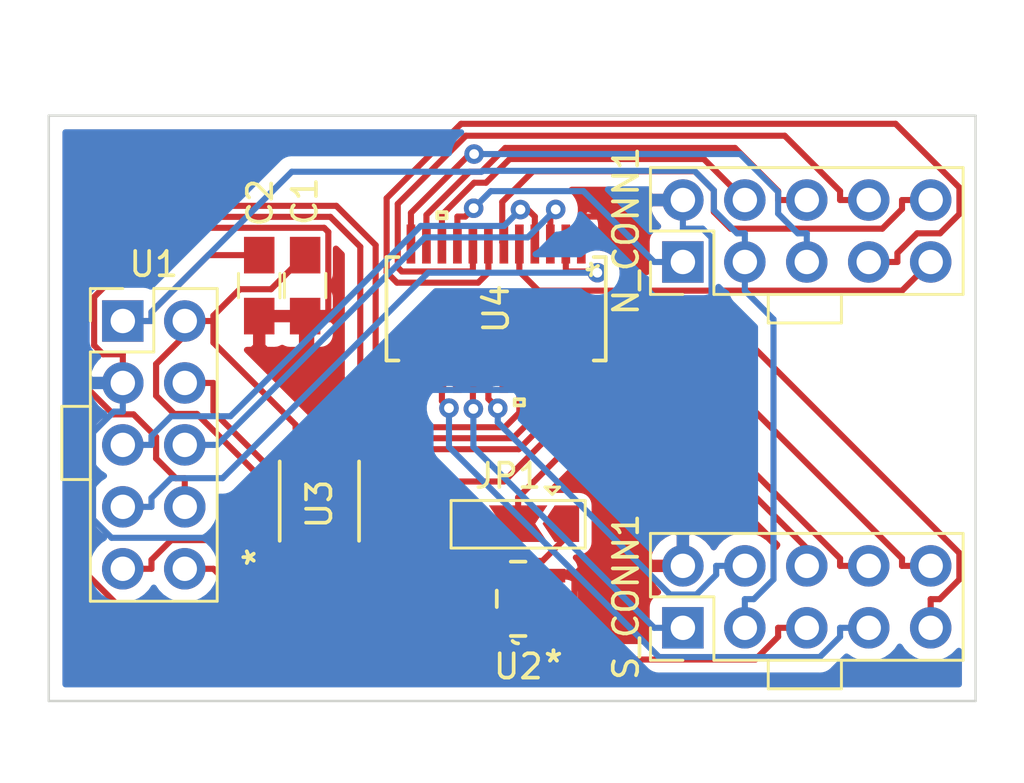
<source format=kicad_pcb>
(kicad_pcb (version 20171130) (host pcbnew "(5.1.6-0-10_14)")

  (general
    (thickness 1.6)
    (drawings 5)
    (tracks 312)
    (zones 0)
    (modules 9)
    (nets 31)
  )

  (page A4)
  (layers
    (0 F.Cu signal)
    (31 B.Cu signal)
    (32 B.Adhes user)
    (33 F.Adhes user)
    (34 B.Paste user)
    (35 F.Paste user)
    (36 B.SilkS user)
    (37 F.SilkS user)
    (38 B.Mask user)
    (39 F.Mask user)
    (40 Dwgs.User user hide)
    (41 Cmts.User user)
    (42 Eco1.User user)
    (43 Eco2.User user)
    (44 Edge.Cuts user)
    (45 Margin user)
    (46 B.CrtYd user)
    (47 F.CrtYd user)
    (48 B.Fab user)
    (49 F.Fab user hide)
  )

  (setup
    (last_trace_width 0.25)
    (trace_clearance 0.2)
    (zone_clearance 0.508)
    (zone_45_only no)
    (trace_min 0.2)
    (via_size 0.8)
    (via_drill 0.4)
    (via_min_size 0.4)
    (via_min_drill 0.3)
    (uvia_size 0.3)
    (uvia_drill 0.1)
    (uvias_allowed no)
    (uvia_min_size 0.2)
    (uvia_min_drill 0.1)
    (edge_width 0.1)
    (segment_width 0.2)
    (pcb_text_width 0.3)
    (pcb_text_size 1.5 1.5)
    (mod_edge_width 0.15)
    (mod_text_size 1 1)
    (mod_text_width 0.15)
    (pad_size 0.3 0.3)
    (pad_drill 0)
    (pad_to_mask_clearance 0)
    (aux_axis_origin 0 0)
    (visible_elements FFFFFF7F)
    (pcbplotparams
      (layerselection 0x010fc_ffffffff)
      (usegerberextensions true)
      (usegerberattributes true)
      (usegerberadvancedattributes true)
      (creategerberjobfile true)
      (excludeedgelayer true)
      (linewidth 0.100000)
      (plotframeref false)
      (viasonmask false)
      (mode 1)
      (useauxorigin false)
      (hpglpennumber 1)
      (hpglpenspeed 20)
      (hpglpendiameter 15.000000)
      (psnegative false)
      (psa4output false)
      (plotreference true)
      (plotvalue true)
      (plotinvisibletext false)
      (padsonsilk false)
      (subtractmaskfromsilk false)
      (outputformat 1)
      (mirror false)
      (drillshape 0)
      (scaleselection 1)
      (outputdirectory ""))
  )

  (net 0 "")
  (net 1 LED_PWM)
  (net 2 LED_BLANK)
  (net 3 "Net-(JP1-Pad3)")
  (net 4 N_LED_OUT2)
  (net 5 N_LED_OUT1)
  (net 6 N_LED_OUT4)
  (net 7 N_LED_OUT3)
  (net 8 N_LED_OUT7)
  (net 9 N_LED_OUT8)
  (net 10 N_LED_OUT6)
  (net 11 VCC_LED)
  (net 12 GND)
  (net 13 N_LED_OUT5)
  (net 14 S_LED_OUT5)
  (net 15 S_LED_OUT6)
  (net 16 S_LED_OUT8)
  (net 17 S_LED_OUT7)
  (net 18 S_LED_OUT3)
  (net 19 S_LED_OUT4)
  (net 20 S_LED_OUT1)
  (net 21 S_LED_OUT2)
  (net 22 I2C_SDA)
  (net 23 I2C_SCL)
  (net 24 LED_SPI_MISO)
  (net 25 LED_SPI_MOSI)
  (net 26 LED_SPI_SCLK)
  (net 27 LED_LAT)
  (net 28 VCC_LOGIC)
  (net 29 "Net-(U2-Pad1)")
  (net 30 /LED_IREF)

  (net_class Default "This is the default net class."
    (clearance 0.2)
    (trace_width 0.25)
    (via_dia 0.8)
    (via_drill 0.4)
    (uvia_dia 0.3)
    (uvia_drill 0.1)
    (add_net /LED_IREF)
    (add_net GND)
    (add_net I2C_SCL)
    (add_net I2C_SDA)
    (add_net LED_BLANK)
    (add_net LED_LAT)
    (add_net LED_PWM)
    (add_net LED_SPI_MISO)
    (add_net LED_SPI_MOSI)
    (add_net LED_SPI_SCLK)
    (add_net N_LED_OUT1)
    (add_net N_LED_OUT2)
    (add_net N_LED_OUT3)
    (add_net N_LED_OUT4)
    (add_net N_LED_OUT5)
    (add_net N_LED_OUT6)
    (add_net N_LED_OUT7)
    (add_net N_LED_OUT8)
    (add_net "Net-(JP1-Pad3)")
    (add_net "Net-(U2-Pad1)")
    (add_net S_LED_OUT1)
    (add_net S_LED_OUT2)
    (add_net S_LED_OUT3)
    (add_net S_LED_OUT4)
    (add_net S_LED_OUT5)
    (add_net S_LED_OUT6)
    (add_net S_LED_OUT7)
    (add_net S_LED_OUT8)
    (add_net VCC_LED)
    (add_net VCC_LOGIC)
  )

  (module Jumper:SolderJumper-3_P2.0mm_Open_TrianglePad1.0x1.5mm (layer F.Cu) (tedit 601A405E) (tstamp 5F59D380)
    (at 103.245 85.7301 180)
    (descr "SMD Solder Jumper, 1x1.5mm Triangular Pads, 0.3mm gap, open")
    (tags "solder jumper open")
    (path /5F52B7EC)
    (attr virtual)
    (fp_text reference JP1 (at 0.4131 1.95836) (layer F.SilkS)
      (effects (font (size 1 1) (thickness 0.15)))
    )
    (fp_text value Jumper_3_Open (at 0.725 1.925) (layer F.Fab)
      (effects (font (size 1 1) (thickness 0.15)))
    )
    (fp_line (start -1.1 1.5) (end -1.4 1.2) (layer F.SilkS) (width 0.12))
    (fp_line (start -1.7 1.5) (end -1.1 1.5) (layer F.SilkS) (width 0.12))
    (fp_line (start -1.4 1.2) (end -1.7 1.5) (layer F.SilkS) (width 0.12))
    (fp_line (start -2.75 0.95) (end -2.75 -1) (layer F.SilkS) (width 0.12))
    (fp_line (start 2.75 0.95) (end -2.75 0.95) (layer F.SilkS) (width 0.12))
    (fp_line (start 2.75 -1) (end 2.75 0.95) (layer F.SilkS) (width 0.12))
    (fp_line (start -2.75 -1) (end 2.75 -1) (layer F.SilkS) (width 0.12))
    (fp_line (start -2.98 -1.27) (end 3 -1.27) (layer F.CrtYd) (width 0.05))
    (fp_line (start -2.98 -1.27) (end -2.98 1.25) (layer F.CrtYd) (width 0.05))
    (fp_line (start 3 1.25) (end 3 -1.27) (layer F.CrtYd) (width 0.05))
    (fp_line (start 3 1.25) (end -2.98 1.25) (layer F.CrtYd) (width 0.05))
    (pad "" smd rect (at 1.2 0 180) (size 1.5 1.5) (layers F.Mask))
    (pad "" smd rect (at -1.2 0 180) (size 1.5 1.5) (layers F.Mask))
    (pad 1 smd custom (at -2 0 180) (size 0.3 0.3) (layers F.Cu F.Mask)
      (net 1 LED_PWM) (zone_connect 2)
      (options (clearance outline) (anchor rect))
      (primitives
        (gr_poly (pts
           (xy -0.5 -0.75) (xy 0.5 -0.75) (xy 1 0) (xy 0.5 0.75) (xy -0.5 0.75)
) (width 0))
      ))
    (pad 2 smd custom (at 0 0 180) (size 0.3 0.3) (layers F.Cu)
      (net 2 LED_BLANK) (zone_connect 2)
      (options (clearance outline) (anchor rect))
      (primitives
        (gr_poly (pts
           (xy -1.2 -0.75) (xy 1.2 -0.75) (xy 0.7 0) (xy 1.2 0.75) (xy -1.2 0.75)
           (xy -0.7 0)) (width 0))
      ))
    (pad 3 smd custom (at 2 0) (size 0.3 0.3) (layers F.Cu F.Mask)
      (net 3 "Net-(JP1-Pad3)") (zone_connect 2)
      (options (clearance outline) (anchor rect))
      (primitives
        (gr_poly (pts
           (xy -0.5 -0.75) (xy 0.5 -0.75) (xy 1 0) (xy 0.5 0.75) (xy -0.5 0.75)
) (width 0))
      ))
  )

  (module Ninja-qPCR:Con_2x05 (layer F.Cu) (tedit 5F583882) (tstamp 5F59D3A3)
    (at 110 75 90)
    (descr "Through hole straight pin header, 2x05, 2.54mm pitch, double rows")
    (tags "Through hole pin header THT 2x05 2.54mm double row")
    (path /5F4662F5)
    (fp_text reference N_CONN1 (at 1.27 -2.33 90) (layer F.SilkS)
      (effects (font (size 1 1) (thickness 0.15)))
    )
    (fp_text value Conn_02x05 (at 1.27 12.49 90) (layer F.Fab)
      (effects (font (size 1 1) (thickness 0.15)))
    )
    (fp_line (start 4.35 -1.8) (end -1.8 -1.8) (layer F.CrtYd) (width 0.05))
    (fp_line (start 4.35 11.95) (end 4.35 -1.8) (layer F.CrtYd) (width 0.05))
    (fp_line (start -1.8 11.95) (end 4.35 11.95) (layer F.CrtYd) (width 0.05))
    (fp_line (start -1.8 -1.8) (end -1.8 11.95) (layer F.CrtYd) (width 0.05))
    (fp_line (start -1.33 -1.33) (end 0 -1.33) (layer F.SilkS) (width 0.12))
    (fp_line (start -1.33 0) (end -1.33 -1.33) (layer F.SilkS) (width 0.12))
    (fp_line (start 1.27 -1.33) (end 3.87 -1.33) (layer F.SilkS) (width 0.12))
    (fp_line (start 1.27 1.27) (end 1.27 -1.33) (layer F.SilkS) (width 0.12))
    (fp_line (start -1.33 1.27) (end 1.27 1.27) (layer F.SilkS) (width 0.12))
    (fp_line (start 3.87 -1.33) (end 3.87 11.49) (layer F.SilkS) (width 0.12))
    (fp_line (start -1.33 1.27) (end -1.33 11.49) (layer F.SilkS) (width 0.12))
    (fp_line (start -1.33 11.49) (end 3.87 11.49) (layer F.SilkS) (width 0.12))
    (fp_line (start -1.27 0) (end 0 -1.27) (layer F.Fab) (width 0.1))
    (fp_line (start -1.27 11.43) (end -1.27 0) (layer F.Fab) (width 0.1))
    (fp_line (start 3.81 11.43) (end -1.27 11.43) (layer F.Fab) (width 0.1))
    (fp_line (start 3.81 -1.27) (end 3.81 11.43) (layer F.Fab) (width 0.1))
    (fp_line (start 0 -1.27) (end 3.81 -1.27) (layer F.Fab) (width 0.1))
    (fp_line (start -1.33 3.5) (end -2.5 3.5) (layer F.SilkS) (width 0.12))
    (fp_line (start -2.5 3.5) (end -2.5 6.5) (layer F.SilkS) (width 0.12))
    (fp_line (start -2.5 6.5) (end -1.33 6.5) (layer F.SilkS) (width 0.12))
    (fp_text user %R (at 1.27 5.08) (layer F.Fab)
      (effects (font (size 1 1) (thickness 0.15)))
    )
    (pad 10 thru_hole oval (at 2.54 10.16 90) (size 1.7 1.7) (drill 1) (layers *.Cu *.Mask)
      (net 4 N_LED_OUT2))
    (pad 9 thru_hole oval (at 0 10.16 90) (size 1.7 1.7) (drill 1) (layers *.Cu *.Mask)
      (net 5 N_LED_OUT1))
    (pad 8 thru_hole oval (at 2.54 7.62 90) (size 1.7 1.7) (drill 1) (layers *.Cu *.Mask)
      (net 6 N_LED_OUT4))
    (pad 7 thru_hole oval (at 0 7.62 90) (size 1.7 1.7) (drill 1) (layers *.Cu *.Mask)
      (net 7 N_LED_OUT3))
    (pad 6 thru_hole oval (at 2.54 5.08 90) (size 1.7 1.7) (drill 1) (layers *.Cu *.Mask)
      (net 8 N_LED_OUT7))
    (pad 5 thru_hole oval (at 0 5.08 90) (size 1.7 1.7) (drill 1) (layers *.Cu *.Mask)
      (net 9 N_LED_OUT8))
    (pad 4 thru_hole oval (at 2.54 2.54 90) (size 1.7 1.7) (drill 1) (layers *.Cu *.Mask)
      (net 10 N_LED_OUT6))
    (pad 3 thru_hole oval (at 0 2.54 90) (size 1.7 1.7) (drill 1) (layers *.Cu *.Mask)
      (net 11 VCC_LED))
    (pad 2 thru_hole oval (at 2.54 0 90) (size 1.7 1.7) (drill 1) (layers *.Cu *.Mask)
      (net 12 GND))
    (pad 1 thru_hole rect (at 0 0 90) (size 1.7 1.7) (drill 1) (layers *.Cu *.Mask)
      (net 13 N_LED_OUT5))
    (model ${KISYS3DMOD}/Pin_Headers.3dshapes/Pin_Header_Straight_2x05_Pitch2.54mm.wrl
      (at (xyz 0 0 0))
      (scale (xyz 1 1 1))
      (rotate (xyz 0 0 0))
    )
  )

  (module Ninja-qPCR:Con_2x05 (layer F.Cu) (tedit 5F59D471) (tstamp 5F59D3C6)
    (at 110 90 90)
    (descr "Through hole straight pin header, 2x05, 2.54mm pitch, double rows")
    (tags "Through hole pin header THT 2x05 2.54mm double row")
    (path /5F48CD23)
    (fp_text reference S_CONN1 (at 1.27 -2.33 90) (layer F.SilkS)
      (effects (font (size 1 1) (thickness 0.15)))
    )
    (fp_text value Conn_02x05 (at 1.27 12.49 90) (layer F.Fab)
      (effects (font (size 1 1) (thickness 0.15)))
    )
    (fp_line (start -2.5 6.5) (end -1.33 6.5) (layer F.SilkS) (width 0.12))
    (fp_line (start -2.5 3.5) (end -2.5 6.5) (layer F.SilkS) (width 0.12))
    (fp_line (start -1.33 3.5) (end -2.5 3.5) (layer F.SilkS) (width 0.12))
    (fp_line (start 0 -1.27) (end 3.81 -1.27) (layer F.Fab) (width 0.1))
    (fp_line (start 3.81 -1.27) (end 3.81 11.43) (layer F.Fab) (width 0.1))
    (fp_line (start 3.81 11.43) (end -1.27 11.43) (layer F.Fab) (width 0.1))
    (fp_line (start -1.27 11.43) (end -1.27 0) (layer F.Fab) (width 0.1))
    (fp_line (start -1.27 0) (end 0 -1.27) (layer F.Fab) (width 0.1))
    (fp_line (start -1.33 11.49) (end 3.87 11.49) (layer F.SilkS) (width 0.12))
    (fp_line (start -1.33 1.27) (end -1.33 11.49) (layer F.SilkS) (width 0.12))
    (fp_line (start 3.87 -1.33) (end 3.87 11.49) (layer F.SilkS) (width 0.12))
    (fp_line (start -1.33 1.27) (end 1.27 1.27) (layer F.SilkS) (width 0.12))
    (fp_line (start 1.27 1.27) (end 1.27 -1.33) (layer F.SilkS) (width 0.12))
    (fp_line (start 1.27 -1.33) (end 3.87 -1.33) (layer F.SilkS) (width 0.12))
    (fp_line (start -1.33 0) (end -1.33 -1.33) (layer F.SilkS) (width 0.12))
    (fp_line (start -1.33 -1.33) (end 0 -1.33) (layer F.SilkS) (width 0.12))
    (fp_line (start -1.8 -1.8) (end -1.8 11.95) (layer F.CrtYd) (width 0.05))
    (fp_line (start -1.8 11.95) (end 4.35 11.95) (layer F.CrtYd) (width 0.05))
    (fp_line (start 4.35 11.95) (end 4.35 -1.8) (layer F.CrtYd) (width 0.05))
    (fp_line (start 4.35 -1.8) (end -1.8 -1.8) (layer F.CrtYd) (width 0.05))
    (fp_text user %R (at 1.27 5.08) (layer F.Fab)
      (effects (font (size 1 1) (thickness 0.15)))
    )
    (pad 1 thru_hole rect (at 0 0 90) (size 1.7 1.7) (drill 1) (layers *.Cu *.Mask)
      (net 14 S_LED_OUT5))
    (pad 2 thru_hole oval (at 2.54 0 90) (size 1.7 1.7) (drill 1) (layers *.Cu *.Mask)
      (net 12 GND))
    (pad 3 thru_hole oval (at 0 2.54 90) (size 1.7 1.7) (drill 1) (layers *.Cu *.Mask)
      (net 11 VCC_LED))
    (pad 4 thru_hole oval (at 2.54 2.54 90) (size 1.7 1.7) (drill 1) (layers *.Cu *.Mask)
      (net 15 S_LED_OUT6))
    (pad 5 thru_hole oval (at 0 5.08 90) (size 1.7 1.7) (drill 1) (layers *.Cu *.Mask)
      (net 16 S_LED_OUT8))
    (pad 6 thru_hole oval (at 2.54 5.08 90) (size 1.7 1.7) (drill 1) (layers *.Cu *.Mask)
      (net 17 S_LED_OUT7))
    (pad 7 thru_hole oval (at 0 7.62 90) (size 1.7 1.7) (drill 1) (layers *.Cu *.Mask)
      (net 18 S_LED_OUT3))
    (pad 8 thru_hole oval (at 2.54 7.62 90) (size 1.7 1.7) (drill 1) (layers *.Cu *.Mask)
      (net 19 S_LED_OUT4))
    (pad 9 thru_hole oval (at 0 10.16 90) (size 1.7 1.7) (drill 1) (layers *.Cu *.Mask)
      (net 20 S_LED_OUT1))
    (pad 10 thru_hole oval (at 2.54 10.16 90) (size 1.7 1.7) (drill 1) (layers *.Cu *.Mask)
      (net 21 S_LED_OUT2))
    (model ${KISYS3DMOD}/Pin_Headers.3dshapes/Pin_Header_Straight_2x05_Pitch2.54mm.wrl
      (at (xyz 0 0 0))
      (scale (xyz 1 1 1))
      (rotate (xyz 0 0 0))
    )
  )

  (module Ninja-qPCR:Con_2x05 (layer F.Cu) (tedit 5F583882) (tstamp 5F59D3E9)
    (at 87.0356 77.42)
    (descr "Through hole straight pin header, 2x05, 2.54mm pitch, double rows")
    (tags "Through hole pin header THT 2x05 2.54mm double row")
    (path /5F50BB06)
    (fp_text reference U1 (at 1.27 -2.33) (layer F.SilkS)
      (effects (font (size 1 1) (thickness 0.15)))
    )
    (fp_text value Conn_02x05 (at 1.27 12.49) (layer F.Fab)
      (effects (font (size 1 1) (thickness 0.15)))
    )
    (fp_line (start 4.35 -1.8) (end -1.8 -1.8) (layer F.CrtYd) (width 0.05))
    (fp_line (start 4.35 11.95) (end 4.35 -1.8) (layer F.CrtYd) (width 0.05))
    (fp_line (start -1.8 11.95) (end 4.35 11.95) (layer F.CrtYd) (width 0.05))
    (fp_line (start -1.8 -1.8) (end -1.8 11.95) (layer F.CrtYd) (width 0.05))
    (fp_line (start -1.33 -1.33) (end 0 -1.33) (layer F.SilkS) (width 0.12))
    (fp_line (start -1.33 0) (end -1.33 -1.33) (layer F.SilkS) (width 0.12))
    (fp_line (start 1.27 -1.33) (end 3.87 -1.33) (layer F.SilkS) (width 0.12))
    (fp_line (start 1.27 1.27) (end 1.27 -1.33) (layer F.SilkS) (width 0.12))
    (fp_line (start -1.33 1.27) (end 1.27 1.27) (layer F.SilkS) (width 0.12))
    (fp_line (start 3.87 -1.33) (end 3.87 11.49) (layer F.SilkS) (width 0.12))
    (fp_line (start -1.33 1.27) (end -1.33 11.49) (layer F.SilkS) (width 0.12))
    (fp_line (start -1.33 11.49) (end 3.87 11.49) (layer F.SilkS) (width 0.12))
    (fp_line (start -1.27 0) (end 0 -1.27) (layer F.Fab) (width 0.1))
    (fp_line (start -1.27 11.43) (end -1.27 0) (layer F.Fab) (width 0.1))
    (fp_line (start 3.81 11.43) (end -1.27 11.43) (layer F.Fab) (width 0.1))
    (fp_line (start 3.81 -1.27) (end 3.81 11.43) (layer F.Fab) (width 0.1))
    (fp_line (start 0 -1.27) (end 3.81 -1.27) (layer F.Fab) (width 0.1))
    (fp_line (start -1.33 3.5) (end -2.5 3.5) (layer F.SilkS) (width 0.12))
    (fp_line (start -2.5 3.5) (end -2.5 6.5) (layer F.SilkS) (width 0.12))
    (fp_line (start -2.5 6.5) (end -1.33 6.5) (layer F.SilkS) (width 0.12))
    (fp_text user %R (at 1.27 5.08 90) (layer F.Fab)
      (effects (font (size 1 1) (thickness 0.15)))
    )
    (pad 10 thru_hole oval (at 2.54 10.16) (size 1.7 1.7) (drill 1) (layers *.Cu *.Mask)
      (net 22 I2C_SDA))
    (pad 9 thru_hole oval (at 0 10.16) (size 1.7 1.7) (drill 1) (layers *.Cu *.Mask)
      (net 23 I2C_SCL))
    (pad 8 thru_hole oval (at 2.54 7.62) (size 1.7 1.7) (drill 1) (layers *.Cu *.Mask)
      (net 24 LED_SPI_MISO))
    (pad 7 thru_hole oval (at 0 7.62) (size 1.7 1.7) (drill 1) (layers *.Cu *.Mask)
      (net 25 LED_SPI_MOSI))
    (pad 6 thru_hole oval (at 2.54 5.08) (size 1.7 1.7) (drill 1) (layers *.Cu *.Mask)
      (net 26 LED_SPI_SCLK))
    (pad 5 thru_hole oval (at 0 5.08) (size 1.7 1.7) (drill 1) (layers *.Cu *.Mask)
      (net 27 LED_LAT))
    (pad 4 thru_hole oval (at 2.54 2.54) (size 1.7 1.7) (drill 1) (layers *.Cu *.Mask)
      (net 1 LED_PWM))
    (pad 3 thru_hole oval (at 0 2.54) (size 1.7 1.7) (drill 1) (layers *.Cu *.Mask)
      (net 12 GND))
    (pad 2 thru_hole oval (at 2.54 0) (size 1.7 1.7) (drill 1) (layers *.Cu *.Mask)
      (net 28 VCC_LOGIC))
    (pad 1 thru_hole rect (at 0 0) (size 1.7 1.7) (drill 1) (layers *.Cu *.Mask)
      (net 11 VCC_LED))
    (model ${KISYS3DMOD}/Pin_Headers.3dshapes/Pin_Header_Straight_2x05_Pitch2.54mm.wrl
      (at (xyz 0 0 0))
      (scale (xyz 1 1 1))
      (rotate (xyz 0 0 0))
    )
  )

  (module Ninja-qPCR:SN74LVC1G04DBVR (layer F.Cu) (tedit 0) (tstamp 5F59D418)
    (at 103.245 88.8111 180)
    (path /5F51ACBA)
    (fp_text reference U2 (at -0.006 -2.77622) (layer F.SilkS)
      (effects (font (size 1 1) (thickness 0.15)))
    )
    (fp_text value SN74LVC1G04DBVR (at 0 0) (layer F.SilkS) hide
      (effects (font (size 1 1) (thickness 0.15)))
    )
    (fp_line (start -0.302516 1.524) (end 0.302516 1.524) (layer F.SilkS) (width 0.1524))
    (fp_line (start 0.8763 0.337861) (end 0.8763 -0.337861) (layer F.SilkS) (width 0.1524))
    (fp_line (start 0.302516 -1.524) (end -0.302516 -1.524) (layer F.SilkS) (width 0.1524))
    (fp_line (start -0.8763 1.524) (end 0.8763 1.524) (layer F.Fab) (width 0.1524))
    (fp_line (start 0.8763 1.524) (end 0.8763 -1.524) (layer F.Fab) (width 0.1524))
    (fp_line (start 0.8763 -1.524) (end -0.8763 -1.524) (layer F.Fab) (width 0.1524))
    (fp_line (start -0.8763 -1.524) (end -0.8763 1.524) (layer F.Fab) (width 0.1524))
    (fp_line (start -0.8763 -0.696) (end -0.8763 -1.204) (layer F.Fab) (width 0.1524))
    (fp_line (start -0.8763 -1.204) (end -1.4986 -1.204) (layer F.Fab) (width 0.1524))
    (fp_line (start -1.4986 -1.204) (end -1.4986 -0.696) (layer F.Fab) (width 0.1524))
    (fp_line (start -1.4986 -0.696) (end -0.8763 -0.696) (layer F.Fab) (width 0.1524))
    (fp_line (start -0.8763 0.254) (end -0.8763 -0.254) (layer F.Fab) (width 0.1524))
    (fp_line (start -0.8763 -0.254) (end -1.4986 -0.254) (layer F.Fab) (width 0.1524))
    (fp_line (start -1.4986 -0.254) (end -1.4986 0.254) (layer F.Fab) (width 0.1524))
    (fp_line (start -1.4986 0.254) (end -0.8763 0.254) (layer F.Fab) (width 0.1524))
    (fp_line (start -0.8763 1.204) (end -0.8763 0.696) (layer F.Fab) (width 0.1524))
    (fp_line (start -0.8763 0.696) (end -1.4986 0.696) (layer F.Fab) (width 0.1524))
    (fp_line (start -1.4986 0.696) (end -1.4986 1.204) (layer F.Fab) (width 0.1524))
    (fp_line (start -1.4986 1.204) (end -0.8763 1.204) (layer F.Fab) (width 0.1524))
    (fp_line (start 0.8763 0.696) (end 0.8763 1.204) (layer F.Fab) (width 0.1524))
    (fp_line (start 0.8763 1.204) (end 1.4986 1.204) (layer F.Fab) (width 0.1524))
    (fp_line (start 1.4986 1.204) (end 1.4986 0.696) (layer F.Fab) (width 0.1524))
    (fp_line (start 1.4986 0.696) (end 0.8763 0.696) (layer F.Fab) (width 0.1524))
    (fp_line (start 0.8763 -1.204) (end 0.8763 -0.696) (layer F.Fab) (width 0.1524))
    (fp_line (start 0.8763 -0.696) (end 1.4986 -0.696) (layer F.Fab) (width 0.1524))
    (fp_line (start 1.4986 -0.696) (end 1.4986 -1.204) (layer F.Fab) (width 0.1524))
    (fp_line (start 1.4986 -1.204) (end 0.8763 -1.204) (layer F.Fab) (width 0.1524))
    (fp_line (start -2.1844 1.778) (end -2.1844 -1.778) (layer F.CrtYd) (width 0.1524))
    (fp_line (start -2.1844 -1.778) (end 2.1844 -1.778) (layer F.CrtYd) (width 0.1524))
    (fp_line (start 2.1844 -1.778) (end 2.1844 1.778) (layer F.CrtYd) (width 0.1524))
    (fp_line (start 2.1844 1.778) (end -2.1844 1.778) (layer F.CrtYd) (width 0.1524))
    (fp_arc (start 0 -1.524) (end 0.3048 -1.524) (angle 180) (layer F.Fab) (width 0.1524))
    (fp_arc (start 0 -1.524) (end 0 -1.8288) (angle 48.370041) (layer F.SilkS) (width 0.1524))
    (fp_text user * (at -1.4478 -2.6518) (layer F.SilkS)
      (effects (font (size 1 1) (thickness 0.15)))
    )
    (fp_text user * (at -1.4478 -2.6518) (layer F.Fab)
      (effects (font (size 1 1) (thickness 0.15)))
    )
    (fp_text user * (at -1.4478 -2.6518) (layer F.Fab)
      (effects (font (size 1 1) (thickness 0.15)))
    )
    (fp_text user * (at -1.4478 -2.6518) (layer F.SilkS)
      (effects (font (size 1 1) (thickness 0.15)))
    )
    (fp_text user "Copyright 2016 Accelerated Designs. All rights reserved." (at 0 0) (layer Cmts.User)
      (effects (font (size 0.127 0.127) (thickness 0.002)))
    )
    (pad 5 smd rect (at 1.1938 -0.950001 180) (size 1.4732 0.5588) (layers F.Cu F.Paste F.Mask)
      (net 28 VCC_LOGIC))
    (pad 4 smd rect (at 1.1938 0.950001 180) (size 1.4732 0.5588) (layers F.Cu F.Paste F.Mask)
      (net 3 "Net-(JP1-Pad3)"))
    (pad 3 smd rect (at -1.1938 0.950001 180) (size 1.4732 0.5588) (layers F.Cu F.Paste F.Mask)
      (net 12 GND))
    (pad 2 smd rect (at -1.1938 0 180) (size 1.4732 0.5588) (layers F.Cu F.Paste F.Mask)
      (net 1 LED_PWM))
    (pad 1 smd rect (at -1.1938 -0.950001 180) (size 1.4732 0.5588) (layers F.Cu F.Paste F.Mask)
      (net 29 "Net-(U2-Pad1)"))
  )

  (module Ninja-qPCR:MCP4551T-502E&slash_MS (layer F.Cu) (tedit 0) (tstamp 5F59E406)
    (at 95.0951 84.8055 90)
    (path /5F45FB9E)
    (fp_text reference U3 (at -0.12194 -0.00258 90) (layer F.SilkS)
      (effects (font (size 1 1) (thickness 0.15)))
    )
    (fp_text value MCP4551T-502E_MS (at 0 0 90) (layer F.SilkS) hide
      (effects (font (size 1 1) (thickness 0.15)))
    )
    (fp_line (start -1.5 -0.7718) (end -1.5 -1.1782) (layer F.Fab) (width 0.1524))
    (fp_line (start -1.5 -1.1782) (end -2.45 -1.1782) (layer F.Fab) (width 0.1524))
    (fp_line (start -2.45 -1.1782) (end -2.45 -0.7718) (layer F.Fab) (width 0.1524))
    (fp_line (start -2.45 -0.7718) (end -1.5 -0.7718) (layer F.Fab) (width 0.1524))
    (fp_line (start -1.5 -0.1218) (end -1.5 -0.5282) (layer F.Fab) (width 0.1524))
    (fp_line (start -1.5 -0.5282) (end -2.45 -0.5282) (layer F.Fab) (width 0.1524))
    (fp_line (start -2.45 -0.5282) (end -2.45 -0.1218) (layer F.Fab) (width 0.1524))
    (fp_line (start -2.45 -0.1218) (end -1.5 -0.1218) (layer F.Fab) (width 0.1524))
    (fp_line (start -1.5 0.5282) (end -1.5 0.1218) (layer F.Fab) (width 0.1524))
    (fp_line (start -1.5 0.1218) (end -2.45 0.1218) (layer F.Fab) (width 0.1524))
    (fp_line (start -2.45 0.1218) (end -2.45 0.5282) (layer F.Fab) (width 0.1524))
    (fp_line (start -2.45 0.5282) (end -1.5 0.5282) (layer F.Fab) (width 0.1524))
    (fp_line (start -1.5 1.1782) (end -1.5 0.7718) (layer F.Fab) (width 0.1524))
    (fp_line (start -1.5 0.7718) (end -2.45 0.7718) (layer F.Fab) (width 0.1524))
    (fp_line (start -2.45 0.7718) (end -2.45 1.1782) (layer F.Fab) (width 0.1524))
    (fp_line (start -2.45 1.1782) (end -1.5 1.1782) (layer F.Fab) (width 0.1524))
    (fp_line (start 1.5 0.7718) (end 1.5 1.1782) (layer F.Fab) (width 0.1524))
    (fp_line (start 1.5 1.1782) (end 2.45 1.1782) (layer F.Fab) (width 0.1524))
    (fp_line (start 2.45 1.1782) (end 2.45 0.7718) (layer F.Fab) (width 0.1524))
    (fp_line (start 2.45 0.7718) (end 1.5 0.7718) (layer F.Fab) (width 0.1524))
    (fp_line (start 1.5 0.1218) (end 1.5 0.5282) (layer F.Fab) (width 0.1524))
    (fp_line (start 1.5 0.5282) (end 2.45 0.5282) (layer F.Fab) (width 0.1524))
    (fp_line (start 2.45 0.5282) (end 2.45 0.1218) (layer F.Fab) (width 0.1524))
    (fp_line (start 2.45 0.1218) (end 1.5 0.1218) (layer F.Fab) (width 0.1524))
    (fp_line (start 1.5 -0.5282) (end 1.5 -0.1218) (layer F.Fab) (width 0.1524))
    (fp_line (start 1.5 -0.1218) (end 2.45 -0.1218) (layer F.Fab) (width 0.1524))
    (fp_line (start 2.45 -0.1218) (end 2.45 -0.5282) (layer F.Fab) (width 0.1524))
    (fp_line (start 2.45 -0.5282) (end 1.5 -0.5282) (layer F.Fab) (width 0.1524))
    (fp_line (start 1.5 -1.1782) (end 1.5 -0.7718) (layer F.Fab) (width 0.1524))
    (fp_line (start 1.5 -0.7718) (end 2.45 -0.7718) (layer F.Fab) (width 0.1524))
    (fp_line (start 2.45 -0.7718) (end 2.45 -1.1782) (layer F.Fab) (width 0.1524))
    (fp_line (start 2.45 -1.1782) (end 1.5 -1.1782) (layer F.Fab) (width 0.1524))
    (fp_line (start -1.627 1.627) (end 1.627 1.627) (layer F.SilkS) (width 0.1524))
    (fp_line (start 1.627 -1.627) (end -1.627 -1.627) (layer F.SilkS) (width 0.1524))
    (fp_line (start -1.5 1.5) (end 1.5 1.5) (layer F.Fab) (width 0.1524))
    (fp_line (start 1.5 1.5) (end 1.5 -1.5) (layer F.Fab) (width 0.1524))
    (fp_line (start 1.5 -1.5) (end -1.5 -1.5) (layer F.Fab) (width 0.1524))
    (fp_line (start -1.5 -1.5) (end -1.5 1.5) (layer F.Fab) (width 0.1524))
    (fp_line (start -3.0596 1.4576) (end -3.0596 -1.4576) (layer F.CrtYd) (width 0.1524))
    (fp_line (start -3.0596 -1.4576) (end -1.754 -1.4576) (layer F.CrtYd) (width 0.1524))
    (fp_line (start -1.754 -1.4576) (end -1.754 -1.754) (layer F.CrtYd) (width 0.1524))
    (fp_line (start -1.754 -1.754) (end 1.754 -1.754) (layer F.CrtYd) (width 0.1524))
    (fp_line (start 1.754 -1.754) (end 1.754 -1.4576) (layer F.CrtYd) (width 0.1524))
    (fp_line (start 1.754 -1.4576) (end 3.0596 -1.4576) (layer F.CrtYd) (width 0.1524))
    (fp_line (start 3.0596 -1.4576) (end 3.0596 1.4576) (layer F.CrtYd) (width 0.1524))
    (fp_line (start 3.0596 1.4576) (end 1.754 1.4576) (layer F.CrtYd) (width 0.1524))
    (fp_line (start 1.754 1.4576) (end 1.754 1.754) (layer F.CrtYd) (width 0.1524))
    (fp_line (start 1.754 1.754) (end -1.754 1.754) (layer F.CrtYd) (width 0.1524))
    (fp_line (start -1.754 1.754) (end -1.754 1.4576) (layer F.CrtYd) (width 0.1524))
    (fp_line (start -1.754 1.4576) (end -3.0596 1.4576) (layer F.CrtYd) (width 0.1524))
    (fp_arc (start 0 -1.5) (end 0.3048 -1.5) (angle 180) (layer F.Fab) (width 0.1524))
    (fp_text user * (at -1.119 -1.4238 90) (layer F.Fab)
      (effects (font (size 1 1) (thickness 0.15)))
    )
    (fp_text user * (at -2.2976 -2.5752 90) (layer F.SilkS)
      (effects (font (size 1 1) (thickness 0.15)))
    )
    (fp_text user 0.06in/1.524mm (at -2.0436 3.913 90) (layer Dwgs.User)
      (effects (font (size 1 1) (thickness 0.15)))
    )
    (fp_text user 0.161in/4.087mm (at 0 -3.913 90) (layer Dwgs.User)
      (effects (font (size 1 1) (thickness 0.15)))
    )
    (fp_text user 0.018in/0.457mm (at 5.0916 -0.975 90) (layer Dwgs.User)
      (effects (font (size 1 1) (thickness 0.15)))
    )
    (fp_text user 0.026in/0.65mm (at -5.0916 -0.65 90) (layer Dwgs.User)
      (effects (font (size 1 1) (thickness 0.15)))
    )
    (fp_text user * (at -1.119 -1.4238 90) (layer F.Fab)
      (effects (font (size 1 1) (thickness 0.15)))
    )
    (fp_text user * (at -2.2976 -2.5752 90) (layer F.SilkS)
      (effects (font (size 1 1) (thickness 0.15)))
    )
    (fp_text user "Copyright 2016 Accelerated Designs. All rights reserved." (at 0 0 90) (layer Cmts.User)
      (effects (font (size 0.127 0.127) (thickness 0.002)))
    )
    (pad 8 smd rect (at 2.0436 -0.974999 90) (size 1.524 0.4572) (layers F.Cu F.Paste F.Mask)
      (net 28 VCC_LOGIC))
    (pad 7 smd rect (at 2.0436 -0.325001 90) (size 1.524 0.4572) (layers F.Cu F.Paste F.Mask)
      (net 12 GND))
    (pad 6 smd rect (at 2.0436 0.325001 90) (size 1.524 0.4572) (layers F.Cu F.Paste F.Mask)
      (net 30 /LED_IREF))
    (pad 5 smd rect (at 2.0436 0.974999 90) (size 1.524 0.4572) (layers F.Cu F.Paste F.Mask)
      (net 28 VCC_LOGIC))
    (pad 4 smd rect (at -2.0436 0.974999 90) (size 1.524 0.4572) (layers F.Cu F.Paste F.Mask)
      (net 12 GND))
    (pad 3 smd rect (at -2.0436 0.325001 90) (size 1.524 0.4572) (layers F.Cu F.Paste F.Mask)
      (net 22 I2C_SDA))
    (pad 2 smd rect (at -2.0436 -0.325001 90) (size 1.524 0.4572) (layers F.Cu F.Paste F.Mask)
      (net 23 I2C_SCL))
    (pad 1 smd rect (at -2.0436 -0.974999 90) (size 1.524 0.4572) (layers F.Cu F.Paste F.Mask)
      (net 28 VCC_LOGIC))
  )

  (module Ninja-qPCR:TLC59281DBQR (layer F.Cu) (tedit 0) (tstamp 5F59D504)
    (at 102.342 76.9188 270)
    (path /5F4603C2)
    (fp_text reference U4 (at 0 0 90) (layer F.SilkS)
      (effects (font (size 1 1) (thickness 0.15)))
    )
    (fp_text value TLC59281DBQR (at 0 0 90) (layer F.SilkS) hide
      (effects (font (size 1 1) (thickness 0.15)))
    )
    (fp_line (start -1.9939 -3.3401) (end -1.9939 -3.6449) (layer F.Fab) (width 0.1524))
    (fp_line (start -1.9939 -3.6449) (end -3.0988 -3.6449) (layer F.Fab) (width 0.1524))
    (fp_line (start -3.0988 -3.6449) (end -3.0988 -3.3401) (layer F.Fab) (width 0.1524))
    (fp_line (start -3.0988 -3.3401) (end -1.9939 -3.3401) (layer F.Fab) (width 0.1524))
    (fp_line (start -1.9939 -2.7051) (end -1.9939 -3.0099) (layer F.Fab) (width 0.1524))
    (fp_line (start -1.9939 -3.0099) (end -3.0988 -3.0099) (layer F.Fab) (width 0.1524))
    (fp_line (start -3.0988 -3.0099) (end -3.0988 -2.7051) (layer F.Fab) (width 0.1524))
    (fp_line (start -3.0988 -2.7051) (end -1.9939 -2.7051) (layer F.Fab) (width 0.1524))
    (fp_line (start -1.9939 -2.0701) (end -1.9939 -2.3749) (layer F.Fab) (width 0.1524))
    (fp_line (start -1.9939 -2.3749) (end -3.0988 -2.3749) (layer F.Fab) (width 0.1524))
    (fp_line (start -3.0988 -2.3749) (end -3.0988 -2.0701) (layer F.Fab) (width 0.1524))
    (fp_line (start -3.0988 -2.0701) (end -1.9939 -2.0701) (layer F.Fab) (width 0.1524))
    (fp_line (start -1.9939 -1.4351) (end -1.9939 -1.7399) (layer F.Fab) (width 0.1524))
    (fp_line (start -1.9939 -1.7399) (end -3.0988 -1.7399) (layer F.Fab) (width 0.1524))
    (fp_line (start -3.0988 -1.7399) (end -3.0988 -1.4351) (layer F.Fab) (width 0.1524))
    (fp_line (start -3.0988 -1.4351) (end -1.9939 -1.4351) (layer F.Fab) (width 0.1524))
    (fp_line (start -1.9939 -0.8001) (end -1.9939 -1.1049) (layer F.Fab) (width 0.1524))
    (fp_line (start -1.9939 -1.1049) (end -3.0988 -1.1049) (layer F.Fab) (width 0.1524))
    (fp_line (start -3.0988 -1.1049) (end -3.0988 -0.8001) (layer F.Fab) (width 0.1524))
    (fp_line (start -3.0988 -0.8001) (end -1.9939 -0.8001) (layer F.Fab) (width 0.1524))
    (fp_line (start -1.9939 -0.1651) (end -1.9939 -0.4699) (layer F.Fab) (width 0.1524))
    (fp_line (start -1.9939 -0.4699) (end -3.0988 -0.4699) (layer F.Fab) (width 0.1524))
    (fp_line (start -3.0988 -0.4699) (end -3.0988 -0.1651) (layer F.Fab) (width 0.1524))
    (fp_line (start -3.0988 -0.1651) (end -1.9939 -0.1651) (layer F.Fab) (width 0.1524))
    (fp_line (start -1.9939 0.4699) (end -1.9939 0.1651) (layer F.Fab) (width 0.1524))
    (fp_line (start -1.9939 0.1651) (end -3.0988 0.1651) (layer F.Fab) (width 0.1524))
    (fp_line (start -3.0988 0.1651) (end -3.0988 0.4699) (layer F.Fab) (width 0.1524))
    (fp_line (start -3.0988 0.4699) (end -1.9939 0.4699) (layer F.Fab) (width 0.1524))
    (fp_line (start -1.9939 1.1049) (end -1.9939 0.8001) (layer F.Fab) (width 0.1524))
    (fp_line (start -1.9939 0.8001) (end -3.0988 0.8001) (layer F.Fab) (width 0.1524))
    (fp_line (start -3.0988 0.8001) (end -3.0988 1.1049) (layer F.Fab) (width 0.1524))
    (fp_line (start -3.0988 1.1049) (end -1.9939 1.1049) (layer F.Fab) (width 0.1524))
    (fp_line (start -1.9939 1.7399) (end -1.9939 1.4351) (layer F.Fab) (width 0.1524))
    (fp_line (start -1.9939 1.4351) (end -3.0988 1.4351) (layer F.Fab) (width 0.1524))
    (fp_line (start -3.0988 1.4351) (end -3.0988 1.7399) (layer F.Fab) (width 0.1524))
    (fp_line (start -3.0988 1.7399) (end -1.9939 1.7399) (layer F.Fab) (width 0.1524))
    (fp_line (start -1.9939 2.3749) (end -1.9939 2.0701) (layer F.Fab) (width 0.1524))
    (fp_line (start -1.9939 2.0701) (end -3.0988 2.0701) (layer F.Fab) (width 0.1524))
    (fp_line (start -3.0988 2.0701) (end -3.0988 2.3749) (layer F.Fab) (width 0.1524))
    (fp_line (start -3.0988 2.3749) (end -1.9939 2.3749) (layer F.Fab) (width 0.1524))
    (fp_line (start -1.9939 3.0099) (end -1.9939 2.7051) (layer F.Fab) (width 0.1524))
    (fp_line (start -1.9939 2.7051) (end -3.0988 2.7051) (layer F.Fab) (width 0.1524))
    (fp_line (start -3.0988 2.7051) (end -3.0988 3.0099) (layer F.Fab) (width 0.1524))
    (fp_line (start -3.0988 3.0099) (end -1.9939 3.0099) (layer F.Fab) (width 0.1524))
    (fp_line (start -1.9939 3.6449) (end -1.9939 3.3401) (layer F.Fab) (width 0.1524))
    (fp_line (start -1.9939 3.3401) (end -3.0988 3.3401) (layer F.Fab) (width 0.1524))
    (fp_line (start -3.0988 3.3401) (end -3.0988 3.6449) (layer F.Fab) (width 0.1524))
    (fp_line (start -3.0988 3.6449) (end -1.9939 3.6449) (layer F.Fab) (width 0.1524))
    (fp_line (start 1.9939 3.3401) (end 1.9939 3.6449) (layer F.Fab) (width 0.1524))
    (fp_line (start 1.9939 3.6449) (end 3.0988 3.6449) (layer F.Fab) (width 0.1524))
    (fp_line (start 3.0988 3.6449) (end 3.0988 3.3401) (layer F.Fab) (width 0.1524))
    (fp_line (start 3.0988 3.3401) (end 1.9939 3.3401) (layer F.Fab) (width 0.1524))
    (fp_line (start 1.9939 2.7051) (end 1.9939 3.0099) (layer F.Fab) (width 0.1524))
    (fp_line (start 1.9939 3.0099) (end 3.0988 3.0099) (layer F.Fab) (width 0.1524))
    (fp_line (start 3.0988 3.0099) (end 3.0988 2.7051) (layer F.Fab) (width 0.1524))
    (fp_line (start 3.0988 2.7051) (end 1.9939 2.7051) (layer F.Fab) (width 0.1524))
    (fp_line (start 1.9939 2.0701) (end 1.9939 2.3749) (layer F.Fab) (width 0.1524))
    (fp_line (start 1.9939 2.3749) (end 3.0988 2.3749) (layer F.Fab) (width 0.1524))
    (fp_line (start 3.0988 2.3749) (end 3.0988 2.0701) (layer F.Fab) (width 0.1524))
    (fp_line (start 3.0988 2.0701) (end 1.9939 2.0701) (layer F.Fab) (width 0.1524))
    (fp_line (start 1.9939 1.4351) (end 1.9939 1.7399) (layer F.Fab) (width 0.1524))
    (fp_line (start 1.9939 1.7399) (end 3.0988 1.7399) (layer F.Fab) (width 0.1524))
    (fp_line (start 3.0988 1.7399) (end 3.0988 1.4351) (layer F.Fab) (width 0.1524))
    (fp_line (start 3.0988 1.4351) (end 1.9939 1.4351) (layer F.Fab) (width 0.1524))
    (fp_line (start 1.9939 0.8001) (end 1.9939 1.1049) (layer F.Fab) (width 0.1524))
    (fp_line (start 1.9939 1.1049) (end 3.0988 1.1049) (layer F.Fab) (width 0.1524))
    (fp_line (start 3.0988 1.1049) (end 3.0988 0.8001) (layer F.Fab) (width 0.1524))
    (fp_line (start 3.0988 0.8001) (end 1.9939 0.8001) (layer F.Fab) (width 0.1524))
    (fp_line (start 1.9939 0.1651) (end 1.9939 0.4699) (layer F.Fab) (width 0.1524))
    (fp_line (start 1.9939 0.4699) (end 3.0988 0.4699) (layer F.Fab) (width 0.1524))
    (fp_line (start 3.0988 0.4699) (end 3.0988 0.1651) (layer F.Fab) (width 0.1524))
    (fp_line (start 3.0988 0.1651) (end 1.9939 0.1651) (layer F.Fab) (width 0.1524))
    (fp_line (start 1.9939 -0.4699) (end 1.9939 -0.1651) (layer F.Fab) (width 0.1524))
    (fp_line (start 1.9939 -0.1651) (end 3.0988 -0.1651) (layer F.Fab) (width 0.1524))
    (fp_line (start 3.0988 -0.1651) (end 3.0988 -0.4699) (layer F.Fab) (width 0.1524))
    (fp_line (start 3.0988 -0.4699) (end 1.9939 -0.4699) (layer F.Fab) (width 0.1524))
    (fp_line (start 1.9939 -1.1049) (end 1.9939 -0.8001) (layer F.Fab) (width 0.1524))
    (fp_line (start 1.9939 -0.8001) (end 3.0988 -0.8001) (layer F.Fab) (width 0.1524))
    (fp_line (start 3.0988 -0.8001) (end 3.0988 -1.1049) (layer F.Fab) (width 0.1524))
    (fp_line (start 3.0988 -1.1049) (end 1.9939 -1.1049) (layer F.Fab) (width 0.1524))
    (fp_line (start 1.9939 -1.7399) (end 1.9939 -1.4351) (layer F.Fab) (width 0.1524))
    (fp_line (start 1.9939 -1.4351) (end 3.0988 -1.4351) (layer F.Fab) (width 0.1524))
    (fp_line (start 3.0988 -1.4351) (end 3.0988 -1.7399) (layer F.Fab) (width 0.1524))
    (fp_line (start 3.0988 -1.7399) (end 1.9939 -1.7399) (layer F.Fab) (width 0.1524))
    (fp_line (start 1.9939 -2.3749) (end 1.9939 -2.0701) (layer F.Fab) (width 0.1524))
    (fp_line (start 1.9939 -2.0701) (end 3.0988 -2.0701) (layer F.Fab) (width 0.1524))
    (fp_line (start 3.0988 -2.0701) (end 3.0988 -2.3749) (layer F.Fab) (width 0.1524))
    (fp_line (start 3.0988 -2.3749) (end 1.9939 -2.3749) (layer F.Fab) (width 0.1524))
    (fp_line (start 1.9939 -3.0099) (end 1.9939 -2.7051) (layer F.Fab) (width 0.1524))
    (fp_line (start 1.9939 -2.7051) (end 3.0988 -2.7051) (layer F.Fab) (width 0.1524))
    (fp_line (start 3.0988 -2.7051) (end 3.0988 -3.0099) (layer F.Fab) (width 0.1524))
    (fp_line (start 3.0988 -3.0099) (end 1.9939 -3.0099) (layer F.Fab) (width 0.1524))
    (fp_line (start 1.9939 -3.6449) (end 1.9939 -3.3401) (layer F.Fab) (width 0.1524))
    (fp_line (start 1.9939 -3.3401) (end 3.0988 -3.3401) (layer F.Fab) (width 0.1524))
    (fp_line (start 3.0988 -3.3401) (end 3.0988 -3.6449) (layer F.Fab) (width 0.1524))
    (fp_line (start 3.0988 -3.6449) (end 1.9939 -3.6449) (layer F.Fab) (width 0.1524))
    (fp_line (start -2.1209 4.4958) (end 2.1209 4.4958) (layer F.SilkS) (width 0.1524))
    (fp_line (start 2.1209 4.4958) (end 2.1209 4.00304) (layer F.SilkS) (width 0.1524))
    (fp_line (start 2.1209 -4.4958) (end -2.1209 -4.4958) (layer F.SilkS) (width 0.1524))
    (fp_line (start -2.1209 -4.4958) (end -2.1209 -4.00304) (layer F.SilkS) (width 0.1524))
    (fp_line (start -1.9939 4.3688) (end 1.9939 4.3688) (layer F.Fab) (width 0.1524))
    (fp_line (start 1.9939 4.3688) (end 1.9939 -4.3688) (layer F.Fab) (width 0.1524))
    (fp_line (start 1.9939 -4.3688) (end -1.9939 -4.3688) (layer F.Fab) (width 0.1524))
    (fp_line (start -1.9939 -4.3688) (end -1.9939 4.3688) (layer F.Fab) (width 0.1524))
    (fp_line (start -2.1209 4.00304) (end -2.1209 4.4958) (layer F.SilkS) (width 0.1524))
    (fp_line (start 2.1209 -4.00304) (end 2.1209 -4.4958) (layer F.SilkS) (width 0.1524))
    (fp_line (start -3.9624 2.032) (end -3.9624 2.413) (layer F.SilkS) (width 0.1524))
    (fp_line (start -3.9624 2.413) (end -3.7084 2.413) (layer F.SilkS) (width 0.1524))
    (fp_line (start -3.7084 2.413) (end -3.7084 2.032) (layer F.SilkS) (width 0.1524))
    (fp_line (start -3.7084 2.032) (end -3.9624 2.032) (layer F.SilkS) (width 0.1524))
    (fp_line (start 3.9624 -1.143) (end 3.9624 -0.762) (layer F.SilkS) (width 0.1524))
    (fp_line (start 3.9624 -0.762) (end 3.7084 -0.762) (layer F.SilkS) (width 0.1524))
    (fp_line (start 3.7084 -0.762) (end 3.7084 -1.143) (layer F.SilkS) (width 0.1524))
    (fp_line (start 3.7084 -1.143) (end 3.9624 -1.143) (layer F.SilkS) (width 0.1524))
    (fp_line (start -3.7084 3.8608) (end -3.7084 -3.8608) (layer F.CrtYd) (width 0.1524))
    (fp_line (start -3.7084 -3.8608) (end -2.2479 -3.8608) (layer F.CrtYd) (width 0.1524))
    (fp_line (start -2.2479 -3.8608) (end -2.2479 -4.6228) (layer F.CrtYd) (width 0.1524))
    (fp_line (start -2.2479 -4.6228) (end 2.2479 -4.6228) (layer F.CrtYd) (width 0.1524))
    (fp_line (start 2.2479 -4.6228) (end 2.2479 -3.8608) (layer F.CrtYd) (width 0.1524))
    (fp_line (start 2.2479 -3.8608) (end 3.7084 -3.8608) (layer F.CrtYd) (width 0.1524))
    (fp_line (start 3.7084 -3.8608) (end 3.7084 3.8608) (layer F.CrtYd) (width 0.1524))
    (fp_line (start 3.7084 3.8608) (end 2.2479 3.8608) (layer F.CrtYd) (width 0.1524))
    (fp_line (start 2.2479 3.8608) (end 2.2479 4.6228) (layer F.CrtYd) (width 0.1524))
    (fp_line (start 2.2479 4.6228) (end -2.2479 4.6228) (layer F.CrtYd) (width 0.1524))
    (fp_line (start -2.2479 4.6228) (end -2.2479 3.8608) (layer F.CrtYd) (width 0.1524))
    (fp_line (start -2.2479 3.8608) (end -3.7084 3.8608) (layer F.CrtYd) (width 0.1524))
    (fp_arc (start 0 -4.3688) (end 0.3048 -4.3688) (angle 180) (layer F.Fab) (width 0.1524))
    (fp_text user * (at -1.6129 -4.2926 90) (layer F.SilkS)
      (effects (font (size 1 1) (thickness 0.15)))
    )
    (fp_text user * (at -1.6129 -4.2926 90) (layer F.Fab)
      (effects (font (size 1 1) (thickness 0.15)))
    )
    (fp_text user 0.063in/1.6mm (at -2.6543 6.7818 90) (layer Dwgs.User)
      (effects (font (size 1 1) (thickness 0.15)))
    )
    (fp_text user 0.209in/5.309mm (at 0 -6.7818 90) (layer Dwgs.User)
      (effects (font (size 1 1) (thickness 0.15)))
    )
    (fp_text user 0.014in/0.356mm (at 5.7023 -3.4925 90) (layer Dwgs.User)
      (effects (font (size 1 1) (thickness 0.15)))
    )
    (fp_text user 0.025in/0.635mm (at -5.7023 -3.175 90) (layer Dwgs.User)
      (effects (font (size 1 1) (thickness 0.15)))
    )
    (fp_text user * (at -1.6129 -4.2926 90) (layer F.Fab)
      (effects (font (size 1 1) (thickness 0.15)))
    )
    (fp_text user * (at -1.6129 -4.2926 90) (layer F.SilkS)
      (effects (font (size 1 1) (thickness 0.15)))
    )
    (fp_text user "Copyright 2016 Accelerated Designs. All rights reserved." (at 0 0 90) (layer Cmts.User)
      (effects (font (size 0.127 0.127) (thickness 0.002)))
    )
    (pad 24 smd rect (at 2.6543 -3.4925 270) (size 1.6002 0.3556) (layers F.Cu F.Paste F.Mask)
      (net 28 VCC_LOGIC))
    (pad 23 smd rect (at 2.6543 -2.8575 270) (size 1.6002 0.3556) (layers F.Cu F.Paste F.Mask)
      (net 30 /LED_IREF))
    (pad 22 smd rect (at 2.6543 -2.2225 270) (size 1.6002 0.3556) (layers F.Cu F.Paste F.Mask)
      (net 24 LED_SPI_MISO))
    (pad 21 smd rect (at 2.6543 -1.5875 270) (size 1.6002 0.3556) (layers F.Cu F.Paste F.Mask)
      (net 2 LED_BLANK))
    (pad 20 smd rect (at 2.6543 -0.9525 270) (size 1.6002 0.3556) (layers F.Cu F.Paste F.Mask)
      (net 16 S_LED_OUT8))
    (pad 19 smd rect (at 2.6543 -0.3175 270) (size 1.6002 0.3556) (layers F.Cu F.Paste F.Mask)
      (net 17 S_LED_OUT7))
    (pad 18 smd rect (at 2.6543 0.3175 270) (size 1.6002 0.3556) (layers F.Cu F.Paste F.Mask)
      (net 15 S_LED_OUT6))
    (pad 17 smd rect (at 2.6543 0.9525 270) (size 1.6002 0.3556) (layers F.Cu F.Paste F.Mask)
      (net 14 S_LED_OUT5))
    (pad 16 smd rect (at 2.6543 1.5875 270) (size 1.6002 0.3556) (layers F.Cu F.Paste F.Mask)
      (net 19 S_LED_OUT4))
    (pad 15 smd rect (at 2.6543 2.2225 270) (size 1.6002 0.3556) (layers F.Cu F.Paste F.Mask)
      (net 18 S_LED_OUT3))
    (pad 14 smd rect (at 2.6543 2.8575 270) (size 1.6002 0.3556) (layers F.Cu F.Paste F.Mask)
      (net 21 S_LED_OUT2))
    (pad 13 smd rect (at 2.6543 3.4925 270) (size 1.6002 0.3556) (layers F.Cu F.Paste F.Mask)
      (net 20 S_LED_OUT1))
    (pad 12 smd rect (at -2.6543 3.4925 270) (size 1.6002 0.3556) (layers F.Cu F.Paste F.Mask)
      (net 9 N_LED_OUT8))
    (pad 11 smd rect (at -2.6543 2.8575 270) (size 1.6002 0.3556) (layers F.Cu F.Paste F.Mask)
      (net 8 N_LED_OUT7))
    (pad 10 smd rect (at -2.6543 2.2225 270) (size 1.6002 0.3556) (layers F.Cu F.Paste F.Mask)
      (net 10 N_LED_OUT6))
    (pad 9 smd rect (at -2.6543 1.5875 270) (size 1.6002 0.3556) (layers F.Cu F.Paste F.Mask)
      (net 13 N_LED_OUT5))
    (pad 8 smd rect (at -2.6543 0.9525 270) (size 1.6002 0.3556) (layers F.Cu F.Paste F.Mask)
      (net 6 N_LED_OUT4))
    (pad 7 smd rect (at -2.6543 0.3175 270) (size 1.6002 0.3556) (layers F.Cu F.Paste F.Mask)
      (net 7 N_LED_OUT3))
    (pad 6 smd rect (at -2.6543 -0.3175 270) (size 1.6002 0.3556) (layers F.Cu F.Paste F.Mask)
      (net 4 N_LED_OUT2))
    (pad 5 smd rect (at -2.6543 -0.9525 270) (size 1.6002 0.3556) (layers F.Cu F.Paste F.Mask)
      (net 5 N_LED_OUT1))
    (pad 4 smd rect (at -2.6543 -1.5875 270) (size 1.6002 0.3556) (layers F.Cu F.Paste F.Mask)
      (net 27 LED_LAT))
    (pad 3 smd rect (at -2.6543 -2.2225 270) (size 1.6002 0.3556) (layers F.Cu F.Paste F.Mask)
      (net 26 LED_SPI_SCLK))
    (pad 2 smd rect (at -2.6543 -2.8575 270) (size 1.6002 0.3556) (layers F.Cu F.Paste F.Mask)
      (net 25 LED_SPI_MOSI))
    (pad 1 smd rect (at -2.6543 -3.4925 270) (size 1.6002 0.3556) (layers F.Cu F.Paste F.Mask)
      (net 12 GND))
  )

  (module Capacitors_SMD:C_0805_HandSoldering (layer F.Cu) (tedit 58AA84A8) (tstamp 5F59D301)
    (at 94.5109 75.9692 270)
    (descr "Capacitor SMD 0805, hand soldering")
    (tags "capacitor 0805")
    (path /5F5A691E)
    (attr smd)
    (fp_text reference C1 (at -3.45982 0.01274 90) (layer F.SilkS)
      (effects (font (size 1 1) (thickness 0.15)))
    )
    (fp_text value C (at 0 1.75 90) (layer F.Fab)
      (effects (font (size 1 1) (thickness 0.15)))
    )
    (fp_line (start -1 0.62) (end -1 -0.62) (layer F.Fab) (width 0.1))
    (fp_line (start 1 0.62) (end -1 0.62) (layer F.Fab) (width 0.1))
    (fp_line (start 1 -0.62) (end 1 0.62) (layer F.Fab) (width 0.1))
    (fp_line (start -1 -0.62) (end 1 -0.62) (layer F.Fab) (width 0.1))
    (fp_line (start 0.5 -0.85) (end -0.5 -0.85) (layer F.SilkS) (width 0.12))
    (fp_line (start -0.5 0.85) (end 0.5 0.85) (layer F.SilkS) (width 0.12))
    (fp_line (start -2.25 -0.88) (end 2.25 -0.88) (layer F.CrtYd) (width 0.05))
    (fp_line (start -2.25 -0.88) (end -2.25 0.87) (layer F.CrtYd) (width 0.05))
    (fp_line (start 2.25 0.87) (end 2.25 -0.88) (layer F.CrtYd) (width 0.05))
    (fp_line (start 2.25 0.87) (end -2.25 0.87) (layer F.CrtYd) (width 0.05))
    (fp_text user %R (at 0 -1.75 90) (layer F.Fab)
      (effects (font (size 1 1) (thickness 0.15)))
    )
    (pad 2 smd rect (at 1.25 0 270) (size 1.5 1.25) (layers F.Cu F.Paste F.Mask)
      (net 12 GND))
    (pad 1 smd rect (at -1.25 0 270) (size 1.5 1.25) (layers F.Cu F.Paste F.Mask)
      (net 28 VCC_LOGIC))
    (model Capacitors_SMD.3dshapes/C_0805.wrl
      (at (xyz 0 0 0))
      (scale (xyz 1 1 1))
      (rotate (xyz 0 0 0))
    )
  )

  (module Capacitors_SMD:C_0805_HandSoldering (layer F.Cu) (tedit 58AA84A8) (tstamp 5F59D312)
    (at 92.6287 75.9692 270)
    (descr "Capacitor SMD 0805, hand soldering")
    (tags "capacitor 0805")
    (path /5F5A6FC4)
    (attr smd)
    (fp_text reference C2 (at -3.4014 -0.03558 90) (layer F.SilkS)
      (effects (font (size 1 1) (thickness 0.15)))
    )
    (fp_text value C (at 0 1.75 90) (layer F.Fab)
      (effects (font (size 1 1) (thickness 0.15)))
    )
    (fp_line (start 2.25 0.87) (end -2.25 0.87) (layer F.CrtYd) (width 0.05))
    (fp_line (start 2.25 0.87) (end 2.25 -0.88) (layer F.CrtYd) (width 0.05))
    (fp_line (start -2.25 -0.88) (end -2.25 0.87) (layer F.CrtYd) (width 0.05))
    (fp_line (start -2.25 -0.88) (end 2.25 -0.88) (layer F.CrtYd) (width 0.05))
    (fp_line (start -0.5 0.85) (end 0.5 0.85) (layer F.SilkS) (width 0.12))
    (fp_line (start 0.5 -0.85) (end -0.5 -0.85) (layer F.SilkS) (width 0.12))
    (fp_line (start -1 -0.62) (end 1 -0.62) (layer F.Fab) (width 0.1))
    (fp_line (start 1 -0.62) (end 1 0.62) (layer F.Fab) (width 0.1))
    (fp_line (start 1 0.62) (end -1 0.62) (layer F.Fab) (width 0.1))
    (fp_line (start -1 0.62) (end -1 -0.62) (layer F.Fab) (width 0.1))
    (fp_text user %R (at 0 -1.75 90) (layer F.Fab)
      (effects (font (size 1 1) (thickness 0.15)))
    )
    (pad 1 smd rect (at -1.25 0 270) (size 1.5 1.25) (layers F.Cu F.Paste F.Mask)
      (net 11 VCC_LED))
    (pad 2 smd rect (at 1.25 0 270) (size 1.5 1.25) (layers F.Cu F.Paste F.Mask)
      (net 12 GND))
    (model Capacitors_SMD.3dshapes/C_0805.wrl
      (at (xyz 0 0 0))
      (scale (xyz 1 1 1))
      (rotate (xyz 0 0 0))
    )
  )

  (gr_text 38x24mm (at 88 66) (layer Dwgs.User)
    (effects (font (size 1.5 1.5) (thickness 0.3)))
  )
  (gr_line (start 84 69) (end 122 69) (layer Edge.Cuts) (width 0.1) (tstamp 5F59EC65))
  (gr_line (start 84 93) (end 84 69) (layer Edge.Cuts) (width 0.1))
  (gr_line (start 122 93) (end 84 93) (layer Edge.Cuts) (width 0.1))
  (gr_line (start 122 69) (end 122 93) (layer Edge.Cuts) (width 0.1))

  (segment (start 89.5756 79.96) (end 90.7509 79.96) (width 0.25) (layer F.Cu) (net 1))
  (segment (start 103.3769 88.8111) (end 103.3769 89.9409) (width 0.25) (layer F.Cu) (net 1))
  (segment (start 103.3769 89.9409) (end 102.9287 90.3891) (width 0.25) (layer F.Cu) (net 1))
  (segment (start 102.9287 90.3891) (end 101.0941 90.3891) (width 0.25) (layer F.Cu) (net 1))
  (segment (start 101.0941 90.3891) (end 95.4981 84.7931) (width 0.25) (layer F.Cu) (net 1))
  (segment (start 95.4981 84.7931) (end 94.4087 84.7931) (width 0.25) (layer F.Cu) (net 1))
  (segment (start 94.4087 84.7931) (end 90.7509 81.1353) (width 0.25) (layer F.Cu) (net 1))
  (segment (start 90.7509 81.1353) (end 90.7509 79.96) (width 0.25) (layer F.Cu) (net 1))
  (segment (start 103.4895 88.8111) (end 103.3769 88.8111) (width 0.25) (layer F.Cu) (net 1))
  (segment (start 103.3769 88.8111) (end 103.3769 87.3842) (width 0.25) (layer F.Cu) (net 1))
  (segment (start 103.3769 87.3842) (end 103.5048 87.2563) (width 0.25) (layer F.Cu) (net 1))
  (segment (start 103.5048 87.2563) (end 104.2446 87.2563) (width 0.25) (layer F.Cu) (net 1))
  (segment (start 104.2446 87.2563) (end 105.245 86.2559) (width 0.25) (layer F.Cu) (net 1))
  (segment (start 105.245 86.2559) (end 105.245 85.7301) (width 0.25) (layer F.Cu) (net 1))
  (segment (start 104.4388 88.8111) (end 103.4895 88.8111) (width 0.25) (layer F.Cu) (net 1))
  (segment (start 103.9295 79.5731) (end 103.9295 78.4477) (width 0.25) (layer F.Cu) (net 2))
  (segment (start 103.245 85.7301) (end 103.245 84.6548) (width 0.25) (layer F.Cu) (net 2))
  (segment (start 103.245 84.6548) (end 106.3448 81.555) (width 0.25) (layer F.Cu) (net 2))
  (segment (start 106.3448 81.555) (end 106.3448 78.6406) (width 0.25) (layer F.Cu) (net 2))
  (segment (start 106.3448 78.6406) (end 106.1519 78.4477) (width 0.25) (layer F.Cu) (net 2))
  (segment (start 106.1519 78.4477) (end 103.9295 78.4477) (width 0.25) (layer F.Cu) (net 2))
  (segment (start 102.0512 87.8611) (end 100.9893 87.8611) (width 0.25) (layer F.Cu) (net 3))
  (segment (start 100.9893 87.8611) (end 100.9893 85.9858) (width 0.25) (layer F.Cu) (net 3))
  (segment (start 100.9893 85.9858) (end 101.245 85.7301) (width 0.25) (layer F.Cu) (net 3))
  (segment (start 120.16 72.46) (end 118.9847 72.46) (width 0.25) (layer F.Cu) (net 4))
  (segment (start 102.6595 74.2645) (end 102.5934 74.1984) (width 0.25) (layer F.Cu) (net 4))
  (segment (start 102.5934 74.1984) (end 102.5934 72.5388) (width 0.25) (layer F.Cu) (net 4))
  (segment (start 102.5934 72.5388) (end 103.852 71.2802) (width 0.25) (layer F.Cu) (net 4))
  (segment (start 103.852 71.2802) (end 110.4866 71.2802) (width 0.25) (layer F.Cu) (net 4))
  (segment (start 110.4866 71.2802) (end 111.27 72.0636) (width 0.25) (layer F.Cu) (net 4))
  (segment (start 111.27 72.0636) (end 111.27 72.9478) (width 0.25) (layer F.Cu) (net 4))
  (segment (start 111.27 72.9478) (end 111.9575 73.6353) (width 0.25) (layer F.Cu) (net 4))
  (segment (start 111.9575 73.6353) (end 118.1768 73.6353) (width 0.25) (layer F.Cu) (net 4))
  (segment (start 118.1768 73.6353) (end 118.9847 72.8274) (width 0.25) (layer F.Cu) (net 4))
  (segment (start 118.9847 72.8274) (end 118.9847 72.46) (width 0.25) (layer F.Cu) (net 4))
  (segment (start 103.2945 74.2645) (end 103.2945 75.3899) (width 0.25) (layer F.Cu) (net 5))
  (segment (start 103.2945 75.3899) (end 104.08 76.1754) (width 0.25) (layer F.Cu) (net 5))
  (segment (start 104.08 76.1754) (end 118.9846 76.1754) (width 0.25) (layer F.Cu) (net 5))
  (segment (start 118.9846 76.1754) (end 120.16 75) (width 0.25) (layer F.Cu) (net 5))
  (segment (start 117.62 72.46) (end 116.4447 72.46) (width 0.25) (layer F.Cu) (net 6))
  (segment (start 101.3895 74.2645) (end 101.3895 75.3899) (width 0.25) (layer F.Cu) (net 6))
  (segment (start 101.3895 75.3899) (end 98.4754 75.3899) (width 0.25) (layer F.Cu) (net 6))
  (segment (start 98.4754 75.3899) (end 98.3091 75.2236) (width 0.25) (layer F.Cu) (net 6))
  (segment (start 98.3091 75.2236) (end 98.3091 72.6187) (width 0.25) (layer F.Cu) (net 6))
  (segment (start 98.3091 72.6187) (end 101.1043 69.8235) (width 0.25) (layer F.Cu) (net 6))
  (segment (start 101.1043 69.8235) (end 114.1755 69.8235) (width 0.25) (layer F.Cu) (net 6))
  (segment (start 114.1755 69.8235) (end 116.4447 72.0927) (width 0.25) (layer F.Cu) (net 6))
  (segment (start 116.4447 72.0927) (end 116.4447 72.46) (width 0.25) (layer F.Cu) (net 6))
  (segment (start 117.62 75) (end 118.7953 75) (width 0.25) (layer F.Cu) (net 7))
  (segment (start 102.0245 74.2645) (end 102.0245 75.4304) (width 0.25) (layer F.Cu) (net 7))
  (segment (start 102.0245 75.4304) (end 101.6064 75.8485) (width 0.25) (layer F.Cu) (net 7))
  (segment (start 101.6064 75.8485) (end 98.2774 75.8485) (width 0.25) (layer F.Cu) (net 7))
  (segment (start 98.2774 75.8485) (end 97.8532 75.4243) (width 0.25) (layer F.Cu) (net 7))
  (segment (start 97.8532 75.4243) (end 97.8532 72.3856) (width 0.25) (layer F.Cu) (net 7))
  (segment (start 97.8532 72.3856) (end 100.9034 69.3354) (width 0.25) (layer F.Cu) (net 7))
  (segment (start 100.9034 69.3354) (end 118.7235 69.3354) (width 0.25) (layer F.Cu) (net 7))
  (segment (start 118.7235 69.3354) (end 121.3387 71.9506) (width 0.25) (layer F.Cu) (net 7))
  (segment (start 121.3387 71.9506) (end 121.3387 73.0321) (width 0.25) (layer F.Cu) (net 7))
  (segment (start 121.3387 73.0321) (end 120.5461 73.8247) (width 0.25) (layer F.Cu) (net 7))
  (segment (start 120.5461 73.8247) (end 119.6032 73.8247) (width 0.25) (layer F.Cu) (net 7))
  (segment (start 119.6032 73.8247) (end 118.7953 74.6326) (width 0.25) (layer F.Cu) (net 7))
  (segment (start 118.7953 74.6326) (end 118.7953 75) (width 0.25) (layer F.Cu) (net 7))
  (segment (start 99.4845 74.2645) (end 99.4845 73.07) (width 0.25) (layer F.Cu) (net 8))
  (segment (start 99.4845 73.07) (end 101.2542 71.3003) (width 0.25) (layer F.Cu) (net 8))
  (segment (start 101.2542 71.3003) (end 101.7399 71.3003) (width 0.25) (layer F.Cu) (net 8))
  (segment (start 101.7399 71.3003) (end 102.7164 70.3238) (width 0.25) (layer F.Cu) (net 8))
  (segment (start 102.7164 70.3238) (end 112.1358 70.3238) (width 0.25) (layer F.Cu) (net 8))
  (segment (start 112.1358 70.3238) (end 113.9047 72.0927) (width 0.25) (layer F.Cu) (net 8))
  (segment (start 113.9047 72.0927) (end 113.9047 72.46) (width 0.25) (layer F.Cu) (net 8))
  (segment (start 115.08 72.46) (end 113.9047 72.46) (width 0.25) (layer F.Cu) (net 8))
  (segment (start 115.08 75) (end 115.08 73.8247) (width 0.25) (layer B.Cu) (net 9))
  (segment (start 101.4394 70.575) (end 112.3522 70.575) (width 0.25) (layer B.Cu) (net 9))
  (segment (start 112.3522 70.575) (end 113.9047 72.1275) (width 0.25) (layer B.Cu) (net 9))
  (segment (start 113.9047 72.1275) (end 113.9047 73.0168) (width 0.25) (layer B.Cu) (net 9))
  (segment (start 113.9047 73.0168) (end 114.7126 73.8247) (width 0.25) (layer B.Cu) (net 9))
  (segment (start 114.7126 73.8247) (end 115.08 73.8247) (width 0.25) (layer B.Cu) (net 9))
  (segment (start 98.8495 74.2645) (end 98.8495 72.9886) (width 0.25) (layer F.Cu) (net 9))
  (segment (start 98.8495 72.9886) (end 101.2631 70.575) (width 0.25) (layer F.Cu) (net 9))
  (segment (start 101.2631 70.575) (end 101.4394 70.575) (width 0.25) (layer F.Cu) (net 9))
  (via (at 101.4394 70.575) (size 0.8) (layers F.Cu B.Cu) (net 9))
  (segment (start 100.1195 73.1391) (end 100.1195 73.072) (width 0.25) (layer F.Cu) (net 10))
  (segment (start 100.1195 73.072) (end 101.4409 71.7506) (width 0.25) (layer F.Cu) (net 10))
  (segment (start 101.4409 71.7506) (end 101.9265 71.7506) (width 0.25) (layer F.Cu) (net 10))
  (segment (start 101.9265 71.7506) (end 102.8995 70.7776) (width 0.25) (layer F.Cu) (net 10))
  (segment (start 102.8995 70.7776) (end 110.8576 70.7776) (width 0.25) (layer F.Cu) (net 10))
  (segment (start 110.8576 70.7776) (end 112.54 72.46) (width 0.25) (layer F.Cu) (net 10))
  (segment (start 100.1195 74.2645) (end 100.1195 73.1391) (width 0.25) (layer F.Cu) (net 10))
  (segment (start 87.0356 77.42) (end 88.2109 77.42) (width 0.25) (layer F.Cu) (net 11))
  (segment (start 92.6287 74.7192) (end 90.5444 74.7192) (width 0.25) (layer F.Cu) (net 11))
  (segment (start 90.5444 74.7192) (end 88.2109 77.0527) (width 0.25) (layer F.Cu) (net 11))
  (segment (start 88.2109 77.0527) (end 88.2109 77.42) (width 0.25) (layer F.Cu) (net 11))
  (segment (start 88.2109 77.42) (end 88.2109 77.0527) (width 0.25) (layer B.Cu) (net 11))
  (segment (start 88.2109 77.0527) (end 93.9633 71.3003) (width 0.25) (layer B.Cu) (net 11))
  (segment (start 93.9633 71.3003) (end 101.7399 71.3003) (width 0.25) (layer B.Cu) (net 11))
  (segment (start 101.7399 71.3003) (end 101.7763 71.2639) (width 0.25) (layer B.Cu) (net 11))
  (segment (start 101.7763 71.2639) (end 110.4718 71.2639) (width 0.25) (layer B.Cu) (net 11))
  (segment (start 110.4718 71.2639) (end 111.27 72.0621) (width 0.25) (layer B.Cu) (net 11))
  (segment (start 111.27 72.0621) (end 111.27 72.8746) (width 0.25) (layer B.Cu) (net 11))
  (segment (start 111.27 72.8746) (end 112.2201 73.8247) (width 0.25) (layer B.Cu) (net 11))
  (segment (start 112.2201 73.8247) (end 112.54 73.8247) (width 0.25) (layer B.Cu) (net 11))
  (segment (start 112.54 75) (end 112.54 73.8247) (width 0.25) (layer B.Cu) (net 11))
  (segment (start 87.0356 77.42) (end 88.2109 77.42) (width 0.25) (layer B.Cu) (net 11))
  (segment (start 112.54 90) (end 112.54 88.8247) (width 0.25) (layer B.Cu) (net 11))
  (segment (start 112.54 75) (end 112.54 76.1753) (width 0.25) (layer B.Cu) (net 11))
  (segment (start 112.54 76.1753) (end 113.7153 77.3506) (width 0.25) (layer B.Cu) (net 11))
  (segment (start 113.7153 77.3506) (end 113.7153 88.0168) (width 0.25) (layer B.Cu) (net 11))
  (segment (start 113.7153 88.0168) (end 112.9074 88.8247) (width 0.25) (layer B.Cu) (net 11))
  (segment (start 112.9074 88.8247) (end 112.54 88.8247) (width 0.25) (layer B.Cu) (net 11))
  (segment (start 105.5533 87.8611) (end 104.4388 87.8611) (width 0.25) (layer F.Cu) (net 12))
  (segment (start 108.8247 87.46) (end 108.4236 87.8611) (width 0.25) (layer F.Cu) (net 12))
  (segment (start 108.4236 87.8611) (end 105.5533 87.8611) (width 0.25) (layer F.Cu) (net 12))
  (segment (start 105.5533 87.8611) (end 105.5533 90.1711) (width 0.25) (layer F.Cu) (net 12))
  (segment (start 105.5533 90.1711) (end 104.8743 90.8501) (width 0.25) (layer F.Cu) (net 12))
  (segment (start 104.8743 90.8501) (end 98.9838 90.8501) (width 0.25) (layer F.Cu) (net 12))
  (segment (start 98.9838 90.8501) (end 96.0701 87.9364) (width 0.25) (layer F.Cu) (net 12))
  (segment (start 96.0701 86.8491) (end 96.0701 87.9364) (width 0.25) (layer F.Cu) (net 12))
  (segment (start 87.0356 78.7847) (end 86.2275 78.7847) (width 0.25) (layer F.Cu) (net 12))
  (segment (start 86.2275 78.7847) (end 85.8603 78.4175) (width 0.25) (layer F.Cu) (net 12))
  (segment (start 85.8603 78.4175) (end 85.8603 76.4349) (width 0.25) (layer F.Cu) (net 12))
  (segment (start 85.8603 76.4349) (end 88.6958 73.5994) (width 0.25) (layer F.Cu) (net 12))
  (segment (start 88.6958 73.5994) (end 95.2908 73.5994) (width 0.25) (layer F.Cu) (net 12))
  (segment (start 95.2908 73.5994) (end 95.4612 73.7698) (width 0.25) (layer F.Cu) (net 12))
  (segment (start 95.4612 73.7698) (end 95.4612 77.2192) (width 0.25) (layer F.Cu) (net 12))
  (segment (start 110 80.2453) (end 111.1753 79.07) (width 0.25) (layer B.Cu) (net 12))
  (segment (start 111.1753 79.07) (end 111.1753 74.0026) (width 0.25) (layer B.Cu) (net 12))
  (segment (start 111.1753 74.0026) (end 110.808 73.6353) (width 0.25) (layer B.Cu) (net 12))
  (segment (start 110.808 73.6353) (end 110 73.6353) (width 0.25) (layer B.Cu) (net 12))
  (segment (start 87.0356 81.1353) (end 86.6683 81.1353) (width 0.25) (layer B.Cu) (net 12))
  (segment (start 86.6683 81.1353) (end 85.8159 81.9877) (width 0.25) (layer B.Cu) (net 12))
  (segment (start 85.8159 81.9877) (end 85.8159 85.5506) (width 0.25) (layer B.Cu) (net 12))
  (segment (start 85.8159 85.5506) (end 86.5753 86.31) (width 0.25) (layer B.Cu) (net 12))
  (segment (start 86.5753 86.31) (end 92.2013 86.31) (width 0.25) (layer B.Cu) (net 12))
  (segment (start 92.2013 86.31) (end 98.266 80.2453) (width 0.25) (layer B.Cu) (net 12))
  (segment (start 98.266 80.2453) (end 110 80.2453) (width 0.25) (layer B.Cu) (net 12))
  (segment (start 110 80.2453) (end 110 86.2847) (width 0.25) (layer B.Cu) (net 12))
  (segment (start 87.0356 79.96) (end 87.0356 81.1353) (width 0.25) (layer B.Cu) (net 12))
  (segment (start 94.7701 82.7619) (end 94.7701 81.6746) (width 0.25) (layer F.Cu) (net 12))
  (segment (start 94.7597 77.2192) (end 94.7597 81.6642) (width 0.25) (layer F.Cu) (net 12))
  (segment (start 94.7597 81.6642) (end 94.7701 81.6746) (width 0.25) (layer F.Cu) (net 12))
  (segment (start 94.7597 77.2192) (end 95.4612 77.2192) (width 0.25) (layer F.Cu) (net 12))
  (segment (start 94.5109 77.2192) (end 94.7597 77.2192) (width 0.25) (layer F.Cu) (net 12))
  (segment (start 94.5109 77.2192) (end 92.6287 77.2192) (width 0.25) (layer F.Cu) (net 12))
  (segment (start 87.0356 79.96) (end 87.0356 78.7847) (width 0.25) (layer F.Cu) (net 12))
  (segment (start 105.8345 74.2645) (end 105.8345 73.1391) (width 0.25) (layer F.Cu) (net 12))
  (segment (start 110 72.46) (end 108.8247 72.46) (width 0.25) (layer F.Cu) (net 12))
  (segment (start 108.8247 72.46) (end 108.1456 73.1391) (width 0.25) (layer F.Cu) (net 12))
  (segment (start 108.1456 73.1391) (end 105.8345 73.1391) (width 0.25) (layer F.Cu) (net 12))
  (segment (start 110 87.46) (end 110 86.2847) (width 0.25) (layer B.Cu) (net 12))
  (segment (start 110 72.46) (end 110 73.6353) (width 0.25) (layer B.Cu) (net 12))
  (segment (start 110 87.46) (end 108.8247 87.46) (width 0.25) (layer F.Cu) (net 12))
  (segment (start 100.7545 74.2645) (end 100.7545 73.1391) (width 0.25) (layer F.Cu) (net 13))
  (segment (start 100.7545 73.1391) (end 101.0783 73.1391) (width 0.25) (layer F.Cu) (net 13))
  (segment (start 101.0783 73.1391) (end 101.4206 72.7968) (width 0.25) (layer F.Cu) (net 13))
  (segment (start 108.8247 75) (end 105.9201 72.0954) (width 0.25) (layer B.Cu) (net 13))
  (segment (start 105.9201 72.0954) (end 102.122 72.0954) (width 0.25) (layer B.Cu) (net 13))
  (segment (start 102.122 72.0954) (end 101.4206 72.7968) (width 0.25) (layer B.Cu) (net 13))
  (segment (start 110 75) (end 108.8247 75) (width 0.25) (layer B.Cu) (net 13))
  (via (at 101.4206 72.7968) (size 0.8) (layers F.Cu B.Cu) (net 13))
  (segment (start 101.3895 79.5731) (end 101.3895 81.0022) (width 0.25) (layer F.Cu) (net 14))
  (segment (start 101.3895 81.0022) (end 101.4094 81.0221) (width 0.25) (layer F.Cu) (net 14))
  (segment (start 108.8247 90) (end 101.4094 82.5847) (width 0.25) (layer B.Cu) (net 14))
  (segment (start 101.4094 82.5847) (end 101.4094 81.0221) (width 0.25) (layer B.Cu) (net 14))
  (segment (start 110 90) (end 108.8247 90) (width 0.25) (layer B.Cu) (net 14))
  (via (at 101.4094 81.0221) (size 0.8) (layers F.Cu B.Cu) (net 14))
  (segment (start 102.4098 80.9967) (end 102.0245 80.6114) (width 0.25) (layer F.Cu) (net 15))
  (segment (start 102.0245 80.6114) (end 102.0245 79.5731) (width 0.25) (layer F.Cu) (net 15))
  (segment (start 111.3647 87.46) (end 111.3647 87.8274) (width 0.25) (layer B.Cu) (net 15))
  (segment (start 111.3647 87.8274) (end 110.5568 88.6353) (width 0.25) (layer B.Cu) (net 15))
  (segment (start 110.5568 88.6353) (end 109.4715 88.6353) (width 0.25) (layer B.Cu) (net 15))
  (segment (start 109.4715 88.6353) (end 102.4098 81.5736) (width 0.25) (layer B.Cu) (net 15))
  (segment (start 102.4098 81.5736) (end 102.4098 80.9967) (width 0.25) (layer B.Cu) (net 15))
  (segment (start 112.54 87.46) (end 111.3647 87.46) (width 0.25) (layer B.Cu) (net 15))
  (via (at 102.4098 80.9967) (size 0.8) (layers F.Cu B.Cu) (net 15))
  (segment (start 115.08 90) (end 113.9047 90) (width 0.25) (layer F.Cu) (net 16))
  (segment (start 103.2945 79.5731) (end 103.2945 81.1793) (width 0.25) (layer F.Cu) (net 16))
  (segment (start 103.2945 81.1793) (end 102.6981 81.7757) (width 0.25) (layer F.Cu) (net 16))
  (segment (start 102.6981 81.7757) (end 99.6064 81.7757) (width 0.25) (layer F.Cu) (net 16))
  (segment (start 99.6064 81.7757) (end 97.4028 79.5721) (width 0.25) (layer F.Cu) (net 16))
  (segment (start 97.4028 79.5721) (end 97.4028 74.31) (width 0.25) (layer F.Cu) (net 16))
  (segment (start 97.4028 74.31) (end 95.7914 72.6986) (width 0.25) (layer F.Cu) (net 16))
  (segment (start 95.7914 72.6986) (end 88.3067 72.6986) (width 0.25) (layer F.Cu) (net 16))
  (segment (start 88.3067 72.6986) (end 84.9099 76.0954) (width 0.25) (layer F.Cu) (net 16))
  (segment (start 84.9099 76.0954) (end 84.9099 87.1521) (width 0.25) (layer F.Cu) (net 16))
  (segment (start 84.9099 87.1521) (end 89.0583 91.3005) (width 0.25) (layer F.Cu) (net 16))
  (segment (start 89.0583 91.3005) (end 112.9715 91.3005) (width 0.25) (layer F.Cu) (net 16))
  (segment (start 112.9715 91.3005) (end 113.9047 90.3673) (width 0.25) (layer F.Cu) (net 16))
  (segment (start 113.9047 90.3673) (end 113.9047 90) (width 0.25) (layer F.Cu) (net 16))
  (segment (start 102.6595 79.5731) (end 102.6595 78.4477) (width 0.25) (layer F.Cu) (net 17))
  (segment (start 102.6595 78.4477) (end 103.1098 77.9974) (width 0.25) (layer F.Cu) (net 17))
  (segment (start 103.1098 77.9974) (end 106.3411 77.9974) (width 0.25) (layer F.Cu) (net 17))
  (segment (start 106.3411 77.9974) (end 115.08 86.7363) (width 0.25) (layer F.Cu) (net 17))
  (segment (start 115.08 86.7363) (end 115.08 87.46) (width 0.25) (layer F.Cu) (net 17))
  (segment (start 100.1195 79.5731) (end 100.1195 80.7021) (width 0.25) (layer F.Cu) (net 18))
  (segment (start 100.1195 80.7021) (end 100.409 80.9916) (width 0.25) (layer F.Cu) (net 18))
  (segment (start 116.4447 90) (end 116.4447 90.3673) (width 0.25) (layer B.Cu) (net 18))
  (segment (start 116.4447 90.3673) (end 115.614 91.198) (width 0.25) (layer B.Cu) (net 18))
  (segment (start 115.614 91.198) (end 109.0225 91.198) (width 0.25) (layer B.Cu) (net 18))
  (segment (start 109.0225 91.198) (end 100.409 82.5845) (width 0.25) (layer B.Cu) (net 18))
  (segment (start 100.409 82.5845) (end 100.409 80.9916) (width 0.25) (layer B.Cu) (net 18))
  (segment (start 117.62 90) (end 116.4447 90) (width 0.25) (layer B.Cu) (net 18))
  (via (at 100.409 80.9916) (size 0.8) (layers F.Cu B.Cu) (net 18))
  (segment (start 116.4447 87.46) (end 116.4447 87.1551) (width 0.25) (layer F.Cu) (net 19))
  (segment (start 116.4447 87.1551) (end 106.8367 77.5471) (width 0.25) (layer F.Cu) (net 19))
  (segment (start 106.8367 77.5471) (end 101.6551 77.5471) (width 0.25) (layer F.Cu) (net 19))
  (segment (start 101.6551 77.5471) (end 100.7545 78.4477) (width 0.25) (layer F.Cu) (net 19))
  (segment (start 117.62 87.46) (end 116.4447 87.46) (width 0.25) (layer F.Cu) (net 19))
  (segment (start 100.7545 79.5731) (end 100.7545 78.4477) (width 0.25) (layer F.Cu) (net 19))
  (segment (start 120.16 90) (end 120.16 88.8247) (width 0.25) (layer F.Cu) (net 20))
  (segment (start 98.8495 79.5731) (end 98.8495 78.4477) (width 0.25) (layer F.Cu) (net 20))
  (segment (start 98.8495 78.4477) (end 100.6592 76.638) (width 0.25) (layer F.Cu) (net 20))
  (segment (start 100.6592 76.638) (end 111.0381 76.638) (width 0.25) (layer F.Cu) (net 20))
  (segment (start 111.0381 76.638) (end 121.3353 86.9352) (width 0.25) (layer F.Cu) (net 20))
  (segment (start 121.3353 86.9352) (end 121.3353 88.0168) (width 0.25) (layer F.Cu) (net 20))
  (segment (start 121.3353 88.0168) (end 120.5274 88.8247) (width 0.25) (layer F.Cu) (net 20))
  (segment (start 120.5274 88.8247) (end 120.16 88.8247) (width 0.25) (layer F.Cu) (net 20))
  (segment (start 99.4845 79.5731) (end 99.4845 78.7567) (width 0.25) (layer F.Cu) (net 21))
  (segment (start 99.4845 78.7567) (end 101.1528 77.0884) (width 0.25) (layer F.Cu) (net 21))
  (segment (start 101.1528 77.0884) (end 108.9193 77.0884) (width 0.25) (layer F.Cu) (net 21))
  (segment (start 108.9193 77.0884) (end 118.9847 87.1538) (width 0.25) (layer F.Cu) (net 21))
  (segment (start 118.9847 87.1538) (end 118.9847 87.46) (width 0.25) (layer F.Cu) (net 21))
  (segment (start 120.16 87.46) (end 118.9847 87.46) (width 0.25) (layer F.Cu) (net 21))
  (segment (start 95.4201 86.8491) (end 95.4201 87.9364) (width 0.25) (layer F.Cu) (net 22))
  (segment (start 89.5756 87.58) (end 90.7509 87.58) (width 0.25) (layer F.Cu) (net 22))
  (segment (start 90.7509 87.58) (end 91.5615 88.3906) (width 0.25) (layer F.Cu) (net 22))
  (segment (start 91.5615 88.3906) (end 94.9659 88.3906) (width 0.25) (layer F.Cu) (net 22))
  (segment (start 94.9659 88.3906) (end 95.4201 87.9364) (width 0.25) (layer F.Cu) (net 22))
  (segment (start 87.0356 87.58) (end 88.2109 87.58) (width 0.25) (layer F.Cu) (net 23))
  (segment (start 94.7701 86.8491) (end 94.7701 87.9364) (width 0.25) (layer F.Cu) (net 23))
  (segment (start 94.7701 87.9364) (end 93.4121 87.9364) (width 0.25) (layer F.Cu) (net 23))
  (segment (start 93.4121 87.9364) (end 91.8804 86.4047) (width 0.25) (layer F.Cu) (net 23))
  (segment (start 91.8804 86.4047) (end 89.0188 86.4047) (width 0.25) (layer F.Cu) (net 23))
  (segment (start 89.0188 86.4047) (end 88.2109 87.2126) (width 0.25) (layer F.Cu) (net 23))
  (segment (start 88.2109 87.2126) (end 88.2109 87.58) (width 0.25) (layer F.Cu) (net 23))
  (segment (start 89.5756 83.8647) (end 89.2082 83.8647) (width 0.25) (layer F.Cu) (net 24))
  (segment (start 89.2082 83.8647) (end 88.4003 83.0568) (width 0.25) (layer F.Cu) (net 24))
  (segment (start 88.4003 83.0568) (end 88.4003 82.1728) (width 0.25) (layer F.Cu) (net 24))
  (segment (start 88.4003 82.1728) (end 87.4754 81.2479) (width 0.25) (layer F.Cu) (net 24))
  (segment (start 87.4754 81.2479) (end 86.648 81.2479) (width 0.25) (layer F.Cu) (net 24))
  (segment (start 86.648 81.2479) (end 85.3761 79.976) (width 0.25) (layer F.Cu) (net 24))
  (segment (start 85.3761 79.976) (end 85.3761 76.2721) (width 0.25) (layer F.Cu) (net 24))
  (segment (start 85.3761 76.2721) (end 88.4992 73.149) (width 0.25) (layer F.Cu) (net 24))
  (segment (start 88.4992 73.149) (end 95.5444 73.149) (width 0.25) (layer F.Cu) (net 24))
  (segment (start 95.5444 73.149) (end 96.7721 74.3767) (width 0.25) (layer F.Cu) (net 24))
  (segment (start 96.7721 74.3767) (end 96.7721 79.6579) (width 0.25) (layer F.Cu) (net 24))
  (segment (start 96.7721 79.6579) (end 99.3402 82.226) (width 0.25) (layer F.Cu) (net 24))
  (segment (start 99.3402 82.226) (end 103.037 82.226) (width 0.25) (layer F.Cu) (net 24))
  (segment (start 103.037 82.226) (end 104.5645 80.6985) (width 0.25) (layer F.Cu) (net 24))
  (segment (start 89.5756 85.04) (end 89.5756 83.8647) (width 0.25) (layer F.Cu) (net 24))
  (segment (start 104.5645 79.5731) (end 104.5645 80.6985) (width 0.25) (layer F.Cu) (net 24))
  (segment (start 106.4941 75.44) (end 99.5529 75.44) (width 0.25) (layer B.Cu) (net 25))
  (segment (start 99.5529 75.44) (end 91.1282 83.8647) (width 0.25) (layer B.Cu) (net 25))
  (segment (start 91.1282 83.8647) (end 89.0188 83.8647) (width 0.25) (layer B.Cu) (net 25))
  (segment (start 89.0188 83.8647) (end 88.2109 84.6726) (width 0.25) (layer B.Cu) (net 25))
  (segment (start 88.2109 84.6726) (end 88.2109 85.04) (width 0.25) (layer B.Cu) (net 25))
  (segment (start 105.1995 75.3899) (end 106.444 75.3899) (width 0.25) (layer F.Cu) (net 25))
  (segment (start 106.444 75.3899) (end 106.4941 75.44) (width 0.25) (layer F.Cu) (net 25))
  (segment (start 105.1995 74.2645) (end 105.1995 75.3899) (width 0.25) (layer F.Cu) (net 25))
  (segment (start 87.0356 85.04) (end 88.2109 85.04) (width 0.25) (layer B.Cu) (net 25))
  (via (at 106.4941 75.44) (size 0.8) (layers F.Cu B.Cu) (net 25))
  (segment (start 90.7509 82.5) (end 90.91 82.5) (width 0.25) (layer B.Cu) (net 26))
  (segment (start 90.91 82.5) (end 99.4201 73.9899) (width 0.25) (layer B.Cu) (net 26))
  (segment (start 99.4201 73.9899) (end 103.6409 73.9899) (width 0.25) (layer B.Cu) (net 26))
  (segment (start 103.6409 73.9899) (end 104.7847 72.8461) (width 0.25) (layer B.Cu) (net 26))
  (segment (start 104.5645 73.1391) (end 104.7847 72.9189) (width 0.25) (layer F.Cu) (net 26))
  (segment (start 104.7847 72.9189) (end 104.7847 72.8461) (width 0.25) (layer F.Cu) (net 26))
  (segment (start 89.5756 82.5) (end 90.7509 82.5) (width 0.25) (layer B.Cu) (net 26))
  (segment (start 104.5645 74.2645) (end 104.5645 73.1391) (width 0.25) (layer F.Cu) (net 26))
  (via (at 104.7847 72.8461) (size 0.8) (layers F.Cu B.Cu) (net 26))
  (segment (start 88.2109 82.5) (end 88.2109 82.1326) (width 0.25) (layer B.Cu) (net 27))
  (segment (start 88.2109 82.1326) (end 89.0188 81.3247) (width 0.25) (layer B.Cu) (net 27))
  (segment (start 89.0188 81.3247) (end 91.4484 81.3247) (width 0.25) (layer B.Cu) (net 27))
  (segment (start 91.4484 81.3247) (end 99.251 73.5221) (width 0.25) (layer B.Cu) (net 27))
  (segment (start 99.251 73.5221) (end 102.6704 73.5221) (width 0.25) (layer B.Cu) (net 27))
  (segment (start 102.6704 73.5221) (end 103.3409 72.8516) (width 0.25) (layer B.Cu) (net 27))
  (segment (start 103.9295 73.1391) (end 103.642 72.8516) (width 0.25) (layer F.Cu) (net 27))
  (segment (start 103.642 72.8516) (end 103.3409 72.8516) (width 0.25) (layer F.Cu) (net 27))
  (segment (start 87.0356 82.5) (end 88.2109 82.5) (width 0.25) (layer B.Cu) (net 27))
  (segment (start 103.9295 74.2645) (end 103.9295 73.1391) (width 0.25) (layer F.Cu) (net 27))
  (via (at 103.3409 72.8516) (size 0.8) (layers F.Cu B.Cu) (net 27))
  (segment (start 100.3754 84.0013) (end 102.6612 84.0013) (width 0.25) (layer F.Cu) (net 28))
  (segment (start 102.6612 84.0013) (end 105.8345 80.828) (width 0.25) (layer F.Cu) (net 28))
  (segment (start 105.8345 80.828) (end 105.8345 80.6985) (width 0.25) (layer F.Cu) (net 28))
  (segment (start 105.8345 79.5731) (end 105.8345 80.6985) (width 0.25) (layer F.Cu) (net 28))
  (segment (start 96.0701 83.8492) (end 96.2222 84.0013) (width 0.25) (layer F.Cu) (net 28))
  (segment (start 96.2222 84.0013) (end 100.3754 84.0013) (width 0.25) (layer F.Cu) (net 28))
  (segment (start 100.3754 84.0013) (end 100.3754 88.0853) (width 0.25) (layer F.Cu) (net 28))
  (segment (start 100.3754 88.0853) (end 102.0512 89.7611) (width 0.25) (layer F.Cu) (net 28))
  (segment (start 96.0701 82.7619) (end 96.0701 83.8492) (width 0.25) (layer F.Cu) (net 28))
  (segment (start 94.1201 82.7619) (end 94.1201 83.8492) (width 0.25) (layer F.Cu) (net 28))
  (segment (start 94.1201 83.8492) (end 96.0701 83.8492) (width 0.25) (layer F.Cu) (net 28))
  (segment (start 94.1201 82.2182) (end 94.1201 82.7619) (width 0.25) (layer F.Cu) (net 28))
  (segment (start 94.1201 82.2182) (end 94.1201 81.6746) (width 0.25) (layer F.Cu) (net 28))
  (segment (start 90.1633 77.42) (end 88.4002 79.1831) (width 0.25) (layer F.Cu) (net 28))
  (segment (start 88.4002 79.1831) (end 88.4002 80.4856) (width 0.25) (layer F.Cu) (net 28))
  (segment (start 88.4002 80.4856) (end 89.1446 81.23) (width 0.25) (layer F.Cu) (net 28))
  (segment (start 89.1446 81.23) (end 90.0757 81.23) (width 0.25) (layer F.Cu) (net 28))
  (segment (start 90.0757 81.23) (end 94.1201 85.2744) (width 0.25) (layer F.Cu) (net 28))
  (segment (start 94.1201 85.2744) (end 94.1201 86.8491) (width 0.25) (layer F.Cu) (net 28))
  (segment (start 90.1633 77.42) (end 90.7509 77.42) (width 0.25) (layer F.Cu) (net 28))
  (segment (start 89.5756 77.42) (end 90.1633 77.42) (width 0.25) (layer F.Cu) (net 28))
  (segment (start 94.1201 81.6746) (end 90.7509 78.3054) (width 0.25) (layer F.Cu) (net 28))
  (segment (start 90.7509 78.3054) (end 90.7509 77.42) (width 0.25) (layer F.Cu) (net 28))
  (segment (start 90.7509 77.42) (end 90.7509 77.1996) (width 0.25) (layer F.Cu) (net 28))
  (segment (start 90.7509 77.1996) (end 91.8335 76.117) (width 0.25) (layer F.Cu) (net 28))
  (segment (start 91.8335 76.117) (end 93.1131 76.117) (width 0.25) (layer F.Cu) (net 28))
  (segment (start 93.1131 76.117) (end 94.5109 74.7192) (width 0.25) (layer F.Cu) (net 28))
  (segment (start 95.4201 81.6746) (end 98.1519 81.6746) (width 0.25) (layer F.Cu) (net 30))
  (segment (start 98.1519 81.6746) (end 99.1536 82.6763) (width 0.25) (layer F.Cu) (net 30))
  (segment (start 99.1536 82.6763) (end 103.2748 82.6763) (width 0.25) (layer F.Cu) (net 30))
  (segment (start 103.2748 82.6763) (end 105.1995 80.7516) (width 0.25) (layer F.Cu) (net 30))
  (segment (start 105.1995 80.7516) (end 105.1995 79.5731) (width 0.25) (layer F.Cu) (net 30))
  (segment (start 95.4201 82.7619) (end 95.4201 81.6746) (width 0.25) (layer F.Cu) (net 30))

  (zone (net 12) (net_name GND) (layer F.Cu) (tstamp 5F59ECA9) (hatch edge 0.508)
    (connect_pads (clearance 0.508))
    (min_thickness 0.254)
    (fill yes (arc_segments 32) (thermal_gap 0.508) (thermal_bridge_width 0.508))
    (polygon
      (pts
        (xy 123 94) (xy 83 94) (xy 83 68) (xy 123 68)
      )
    )
    (filled_polygon
      (pts
        (xy 113.868743 86.599845) (xy 113.81 86.68776) (xy 113.693475 86.513368) (xy 113.486632 86.306525) (xy 113.243411 86.14401)
        (xy 112.973158 86.032068) (xy 112.68626 85.975) (xy 112.39374 85.975) (xy 112.106842 86.032068) (xy 111.836589 86.14401)
        (xy 111.593368 86.306525) (xy 111.386525 86.513368) (xy 111.264805 86.695534) (xy 111.195178 86.578645) (xy 111.000269 86.362412)
        (xy 110.76692 86.188359) (xy 110.504099 86.063175) (xy 110.35689 86.018524) (xy 110.127 86.139845) (xy 110.127 87.333)
        (xy 110.147 87.333) (xy 110.147 87.587) (xy 110.127 87.587) (xy 110.127 87.607) (xy 109.873 87.607)
        (xy 109.873 87.587) (xy 108.679186 87.587) (xy 108.558519 87.816891) (xy 108.655843 88.091252) (xy 108.804822 88.341355)
        (xy 108.981626 88.537502) (xy 108.90582 88.560498) (xy 108.795506 88.619463) (xy 108.698815 88.698815) (xy 108.619463 88.795506)
        (xy 108.560498 88.90582) (xy 108.524188 89.025518) (xy 108.511928 89.15) (xy 108.511928 90.5405) (xy 105.567105 90.5405)
        (xy 105.626585 90.491686) (xy 105.705937 90.394995) (xy 105.764902 90.284681) (xy 105.801212 90.164983) (xy 105.813472 90.040501)
        (xy 105.813472 89.481701) (xy 105.801212 89.357219) (xy 105.779638 89.286101) (xy 105.801212 89.214982) (xy 105.813472 89.0905)
        (xy 105.813472 88.5317) (xy 105.801212 88.407218) (xy 105.779621 88.336043) (xy 105.800834 88.266865) (xy 105.8104 88.146849)
        (xy 105.65165 87.988099) (xy 105.505453 87.988099) (xy 105.41958 87.942198) (xy 105.299882 87.905888) (xy 105.1754 87.893628)
        (xy 104.664472 87.893628) (xy 104.668876 87.891274) (xy 104.784601 87.796301) (xy 104.808404 87.767298) (xy 104.841602 87.734099)
        (xy 105.65165 87.734099) (xy 105.8104 87.575349) (xy 105.800834 87.455333) (xy 105.764164 87.335745) (xy 105.704867 87.225609)
        (xy 105.625224 87.129157) (xy 105.611756 87.118172) (xy 105.745 87.118172) (xy 105.869482 87.105912) (xy 105.878722 87.103109)
        (xy 108.558519 87.103109) (xy 108.679186 87.333) (xy 109.873 87.333) (xy 109.873 86.139845) (xy 109.64311 86.018524)
        (xy 109.495901 86.063175) (xy 109.23308 86.188359) (xy 108.999731 86.362412) (xy 108.804822 86.578645) (xy 108.655843 86.828748)
        (xy 108.558519 87.103109) (xy 105.878722 87.103109) (xy 105.98918 87.069602) (xy 106.099494 87.010637) (xy 106.196185 86.931285)
        (xy 106.275537 86.834594) (xy 106.334502 86.72428) (xy 106.370812 86.604582) (xy 106.383072 86.4801) (xy 106.383072 84.9801)
        (xy 106.370812 84.855618) (xy 106.334502 84.73592) (xy 106.275537 84.625606) (xy 106.196185 84.528915) (xy 106.099494 84.449563)
        (xy 105.98918 84.390598) (xy 105.869482 84.354288) (xy 105.745 84.342028) (xy 104.745 84.342028) (xy 104.620217 84.354384)
        (xy 106.855804 82.118798) (xy 106.884801 82.095001) (xy 106.979774 81.979276) (xy 107.050346 81.847247) (xy 107.093803 81.703986)
        (xy 107.1048 81.592333) (xy 107.1048 81.592324) (xy 107.108476 81.555001) (xy 107.1048 81.517678) (xy 107.1048 79.835901)
      )
    )
    (filled_polygon
      (pts
        (xy 96.0121 74.691502) (xy 96.012101 79.620568) (xy 96.008424 79.6579) (xy 96.012101 79.695233) (xy 96.023098 79.806886)
        (xy 96.035486 79.847724) (xy 96.066554 79.950146) (xy 96.137126 80.082176) (xy 96.202718 80.162099) (xy 96.2321 80.197901)
        (xy 96.261098 80.221699) (xy 96.953999 80.9146) (xy 95.457433 80.9146) (xy 95.4201 80.910923) (xy 95.382767 80.9146)
        (xy 95.271114 80.925597) (xy 95.127853 80.969054) (xy 94.995824 81.039626) (xy 94.880099 81.134599) (xy 94.785126 81.250324)
        (xy 94.7701 81.278435) (xy 94.755074 81.250324) (xy 94.660101 81.134599) (xy 94.631103 81.110801) (xy 92.126462 78.60616)
        (xy 92.34295 78.6042) (xy 92.5017 78.44545) (xy 92.5017 77.3462) (xy 92.7557 77.3462) (xy 92.7557 78.44545)
        (xy 92.91445 78.6042) (xy 93.2537 78.607272) (xy 93.378182 78.595012) (xy 93.49788 78.558702) (xy 93.5698 78.520259)
        (xy 93.64172 78.558702) (xy 93.761418 78.595012) (xy 93.8859 78.607272) (xy 94.22515 78.6042) (xy 94.3839 78.44545)
        (xy 94.3839 77.3462) (xy 94.6379 77.3462) (xy 94.6379 78.44545) (xy 94.79665 78.6042) (xy 95.1359 78.607272)
        (xy 95.260382 78.595012) (xy 95.38008 78.558702) (xy 95.490394 78.499737) (xy 95.587085 78.420385) (xy 95.666437 78.323694)
        (xy 95.725402 78.21338) (xy 95.761712 78.093682) (xy 95.773972 77.9692) (xy 95.7709 77.50495) (xy 95.61215 77.3462)
        (xy 94.6379 77.3462) (xy 94.3839 77.3462) (xy 92.7557 77.3462) (xy 92.5017 77.3462) (xy 92.4817 77.3462)
        (xy 92.4817 77.0922) (xy 92.5017 77.0922) (xy 92.5017 77.0722) (xy 92.7557 77.0722) (xy 92.7557 77.0922)
        (xy 94.3839 77.0922) (xy 94.3839 77.0722) (xy 94.6379 77.0722) (xy 94.6379 77.0922) (xy 95.61215 77.0922)
        (xy 95.7709 76.93345) (xy 95.773972 76.4692) (xy 95.761712 76.344718) (xy 95.725402 76.22502) (xy 95.666437 76.114706)
        (xy 95.587085 76.018015) (xy 95.527604 75.9692) (xy 95.587085 75.920385) (xy 95.666437 75.823694) (xy 95.725402 75.71338)
        (xy 95.761712 75.593682) (xy 95.773972 75.4692) (xy 95.773972 74.453374)
      )
    )
    (filled_polygon
      (pts
        (xy 87.1626 79.833) (xy 87.1826 79.833) (xy 87.1826 80.087) (xy 87.1626 80.087) (xy 87.1626 80.107)
        (xy 86.9086 80.107) (xy 86.9086 80.087) (xy 86.8886 80.087) (xy 86.8886 79.833) (xy 86.9086 79.833)
        (xy 86.9086 79.813) (xy 87.1626 79.813)
      )
    )
    (filled_polygon
      (pts
        (xy 108.558519 72.103109) (xy 108.679186 72.333) (xy 109.873 72.333) (xy 109.873 72.313) (xy 110.127 72.313)
        (xy 110.127 72.333) (xy 110.147 72.333) (xy 110.147 72.587) (xy 110.127 72.587) (xy 110.127 72.607)
        (xy 109.873 72.607) (xy 109.873 72.587) (xy 108.679186 72.587) (xy 108.558519 72.816891) (xy 108.655843 73.091252)
        (xy 108.804822 73.341355) (xy 108.981626 73.537502) (xy 108.90582 73.560498) (xy 108.795506 73.619463) (xy 108.698815 73.698815)
        (xy 108.619463 73.795506) (xy 108.560498 73.90582) (xy 108.524188 74.025518) (xy 108.511928 74.15) (xy 108.511928 75.4154)
        (xy 107.5291 75.4154) (xy 107.5291 75.338061) (xy 107.489326 75.138102) (xy 107.411305 74.949744) (xy 107.298037 74.780226)
        (xy 107.153874 74.636063) (xy 106.984356 74.522795) (xy 106.795998 74.444774) (xy 106.596039 74.405) (xy 106.50205 74.405)
        (xy 106.48855 74.3915) (xy 106.015372 74.3915) (xy 106.015372 74.1375) (xy 106.48855 74.1375) (xy 106.6473 73.97875)
        (xy 106.650308 73.473463) (xy 106.639817 73.348819) (xy 106.60521 73.228618) (xy 106.547819 73.117477) (xy 106.469848 73.019669)
        (xy 106.374293 72.938951) (xy 106.264828 72.878426) (xy 106.145658 72.84042) (xy 106.04405 72.8294) (xy 105.8853 72.98815)
        (xy 105.8853 73.082444) (xy 105.828485 73.013215) (xy 105.809788 72.997871) (xy 105.8197 72.948039) (xy 105.8197 72.744161)
        (xy 105.779926 72.544202) (xy 105.701905 72.355844) (xy 105.588637 72.186326) (xy 105.444474 72.042163) (xy 105.441536 72.0402)
        (xy 108.580835 72.0402)
      )
    )
  )
  (zone (net 12) (net_name GND) (layer B.Cu) (tstamp 5F59ECA6) (hatch edge 0.508)
    (connect_pads (clearance 0.508))
    (min_thickness 0.254)
    (fill yes (arc_segments 32) (thermal_gap 0.508) (thermal_bridge_width 0.508))
    (polygon
      (pts
        (xy 124 95) (xy 82 95) (xy 82 67) (xy 124 67)
      )
    )
    (filled_polygon
      (pts
        (xy 100.779626 69.771063) (xy 100.635463 69.915226) (xy 100.522195 70.084744) (xy 100.444174 70.273102) (xy 100.4044 70.473061)
        (xy 100.4044 70.5403) (xy 94.000622 70.5403) (xy 93.963299 70.536624) (xy 93.925976 70.5403) (xy 93.925967 70.5403)
        (xy 93.814314 70.551297) (xy 93.671053 70.594754) (xy 93.539023 70.665326) (xy 93.455383 70.733968) (xy 93.423299 70.760299)
        (xy 93.399501 70.789297) (xy 88.18095 76.007849) (xy 88.12978 75.980498) (xy 88.010082 75.944188) (xy 87.8856 75.931928)
        (xy 86.1856 75.931928) (xy 86.061118 75.944188) (xy 85.94142 75.980498) (xy 85.831106 76.039463) (xy 85.734415 76.118815)
        (xy 85.655063 76.215506) (xy 85.596098 76.32582) (xy 85.559788 76.445518) (xy 85.547528 76.57) (xy 85.547528 78.27)
        (xy 85.559788 78.394482) (xy 85.596098 78.51418) (xy 85.655063 78.624494) (xy 85.734415 78.721185) (xy 85.831106 78.800537)
        (xy 85.94142 78.859502) (xy 86.022066 78.883966) (xy 85.938012 78.959731) (xy 85.763959 79.19308) (xy 85.638775 79.455901)
        (xy 85.594124 79.60311) (xy 85.715445 79.833) (xy 86.9086 79.833) (xy 86.9086 79.813) (xy 87.1626 79.813)
        (xy 87.1626 79.833) (xy 87.1826 79.833) (xy 87.1826 80.087) (xy 87.1626 80.087) (xy 87.1626 80.107)
        (xy 86.9086 80.107) (xy 86.9086 80.087) (xy 85.715445 80.087) (xy 85.594124 80.31689) (xy 85.638775 80.464099)
        (xy 85.763959 80.72692) (xy 85.938012 80.960269) (xy 86.154245 81.155178) (xy 86.271134 81.224805) (xy 86.088968 81.346525)
        (xy 85.882125 81.553368) (xy 85.71961 81.796589) (xy 85.607668 82.066842) (xy 85.5506 82.35374) (xy 85.5506 82.64626)
        (xy 85.607668 82.933158) (xy 85.71961 83.203411) (xy 85.882125 83.446632) (xy 86.088968 83.653475) (xy 86.26336 83.77)
        (xy 86.088968 83.886525) (xy 85.882125 84.093368) (xy 85.71961 84.336589) (xy 85.607668 84.606842) (xy 85.5506 84.89374)
        (xy 85.5506 85.18626) (xy 85.607668 85.473158) (xy 85.71961 85.743411) (xy 85.882125 85.986632) (xy 86.088968 86.193475)
        (xy 86.26336 86.31) (xy 86.088968 86.426525) (xy 85.882125 86.633368) (xy 85.71961 86.876589) (xy 85.607668 87.146842)
        (xy 85.5506 87.43374) (xy 85.5506 87.72626) (xy 85.607668 88.013158) (xy 85.71961 88.283411) (xy 85.882125 88.526632)
        (xy 86.088968 88.733475) (xy 86.332189 88.89599) (xy 86.602442 89.007932) (xy 86.88934 89.065) (xy 87.18186 89.065)
        (xy 87.468758 89.007932) (xy 87.739011 88.89599) (xy 87.982232 88.733475) (xy 88.189075 88.526632) (xy 88.3056 88.35224)
        (xy 88.422125 88.526632) (xy 88.628968 88.733475) (xy 88.872189 88.89599) (xy 89.142442 89.007932) (xy 89.42934 89.065)
        (xy 89.72186 89.065) (xy 90.008758 89.007932) (xy 90.279011 88.89599) (xy 90.522232 88.733475) (xy 90.729075 88.526632)
        (xy 90.89159 88.283411) (xy 91.003532 88.013158) (xy 91.0606 87.72626) (xy 91.0606 87.43374) (xy 91.003532 87.146842)
        (xy 90.89159 86.876589) (xy 90.729075 86.633368) (xy 90.522232 86.426525) (xy 90.34784 86.31) (xy 90.522232 86.193475)
        (xy 90.729075 85.986632) (xy 90.89159 85.743411) (xy 91.003532 85.473158) (xy 91.0606 85.18626) (xy 91.0606 84.89374)
        (xy 91.007084 84.6247) (xy 91.090878 84.6247) (xy 91.1282 84.628376) (xy 91.165522 84.6247) (xy 91.165533 84.6247)
        (xy 91.277186 84.613703) (xy 91.420447 84.570246) (xy 91.552476 84.499674) (xy 91.668201 84.404701) (xy 91.692004 84.375697)
        (xy 99.867702 76.2) (xy 105.790389 76.2) (xy 105.834326 76.243937) (xy 106.003844 76.357205) (xy 106.192202 76.435226)
        (xy 106.392161 76.475) (xy 106.596039 76.475) (xy 106.795998 76.435226) (xy 106.984356 76.357205) (xy 107.153874 76.243937)
        (xy 107.298037 76.099774) (xy 107.411305 75.930256) (xy 107.489326 75.741898) (xy 107.5291 75.541939) (xy 107.5291 75.338061)
        (xy 107.489326 75.138102) (xy 107.411305 74.949744) (xy 107.298037 74.780226) (xy 107.153874 74.636063) (xy 106.984356 74.522795)
        (xy 106.795998 74.444774) (xy 106.596039 74.405) (xy 106.392161 74.405) (xy 106.192202 74.444774) (xy 106.003844 74.522795)
        (xy 105.834326 74.636063) (xy 105.790389 74.68) (xy 103.962044 74.68) (xy 104.065176 74.624874) (xy 104.180901 74.529901)
        (xy 104.204703 74.500898) (xy 104.824502 73.8811) (xy 104.886639 73.8811) (xy 105.086598 73.841326) (xy 105.274956 73.763305)
        (xy 105.444474 73.650037) (xy 105.588637 73.505874) (xy 105.701905 73.336356) (xy 105.779926 73.147998) (xy 105.799498 73.0496)
        (xy 108.260901 75.511003) (xy 108.284699 75.540001) (xy 108.400424 75.634974) (xy 108.511928 75.694575) (xy 108.511928 75.85)
        (xy 108.524188 75.974482) (xy 108.560498 76.09418) (xy 108.619463 76.204494) (xy 108.698815 76.301185) (xy 108.795506 76.380537)
        (xy 108.90582 76.439502) (xy 109.025518 76.475812) (xy 109.15 76.488072) (xy 110.85 76.488072) (xy 110.974482 76.475812)
        (xy 111.09418 76.439502) (xy 111.204494 76.380537) (xy 111.301185 76.301185) (xy 111.380537 76.204494) (xy 111.439502 76.09418)
        (xy 111.461513 76.02162) (xy 111.593368 76.153475) (xy 111.786912 76.282797) (xy 111.790998 76.324286) (xy 111.797935 76.347154)
        (xy 111.834454 76.467546) (xy 111.905026 76.599576) (xy 111.976201 76.686302) (xy 112 76.715301) (xy 112.028998 76.739099)
        (xy 112.9553 77.665402) (xy 112.955301 86.028516) (xy 112.68626 85.975) (xy 112.39374 85.975) (xy 112.106842 86.032068)
        (xy 111.836589 86.14401) (xy 111.593368 86.306525) (xy 111.386525 86.513368) (xy 111.264805 86.695534) (xy 111.195178 86.578645)
        (xy 111.000269 86.362412) (xy 110.76692 86.188359) (xy 110.504099 86.063175) (xy 110.35689 86.018524) (xy 110.127 86.139845)
        (xy 110.127 87.333) (xy 110.147 87.333) (xy 110.147 87.587) (xy 110.127 87.587) (xy 110.127 87.607)
        (xy 109.873 87.607) (xy 109.873 87.587) (xy 109.853 87.587) (xy 109.853 87.333) (xy 109.873 87.333)
        (xy 109.873 86.139845) (xy 109.64311 86.018524) (xy 109.495901 86.063175) (xy 109.23308 86.188359) (xy 108.999731 86.362412)
        (xy 108.804822 86.578645) (xy 108.687166 86.776164) (xy 103.347786 81.436785) (xy 103.405026 81.298598) (xy 103.4448 81.098639)
        (xy 103.4448 80.894761) (xy 103.405026 80.694802) (xy 103.327005 80.506444) (xy 103.213737 80.336926) (xy 103.069574 80.192763)
        (xy 102.900056 80.079495) (xy 102.711698 80.001474) (xy 102.511739 79.9617) (xy 102.307861 79.9617) (xy 102.107902 80.001474)
        (xy 101.919544 80.079495) (xy 101.888467 80.10026) (xy 101.711298 80.026874) (xy 101.511339 79.9871) (xy 101.307461 79.9871)
        (xy 101.107502 80.026874) (xy 100.935045 80.098308) (xy 100.899256 80.074395) (xy 100.710898 79.996374) (xy 100.510939 79.9566)
        (xy 100.307061 79.9566) (xy 100.107102 79.996374) (xy 99.918744 80.074395) (xy 99.749226 80.187663) (xy 99.605063 80.331826)
        (xy 99.491795 80.501344) (xy 99.413774 80.689702) (xy 99.374 80.889661) (xy 99.374 81.093539) (xy 99.413774 81.293498)
        (xy 99.491795 81.481856) (xy 99.605063 81.651374) (xy 99.649001 81.695312) (xy 99.649 82.547177) (xy 99.645324 82.5845)
        (xy 99.649 82.621822) (xy 99.649 82.621832) (xy 99.659997 82.733485) (xy 99.691745 82.838146) (xy 99.703454 82.876746)
        (xy 99.774026 83.008776) (xy 99.799652 83.040001) (xy 99.868999 83.124501) (xy 99.898003 83.148304) (xy 108.458701 91.709003)
        (xy 108.482499 91.738001) (xy 108.511497 91.761799) (xy 108.598224 91.832974) (xy 108.730253 91.903546) (xy 108.873514 91.947003)
        (xy 109.0225 91.961677) (xy 109.059833 91.958) (xy 115.576678 91.958) (xy 115.614 91.961676) (xy 115.651322 91.958)
        (xy 115.651333 91.958) (xy 115.762986 91.947003) (xy 115.906247 91.903546) (xy 116.038276 91.832974) (xy 116.154001 91.738001)
        (xy 116.177803 91.708998) (xy 116.709311 91.177491) (xy 116.916589 91.31599) (xy 117.186842 91.427932) (xy 117.47374 91.485)
        (xy 117.76626 91.485) (xy 118.053158 91.427932) (xy 118.323411 91.31599) (xy 118.566632 91.153475) (xy 118.773475 90.946632)
        (xy 118.89 90.77224) (xy 119.006525 90.946632) (xy 119.213368 91.153475) (xy 119.456589 91.31599) (xy 119.726842 91.427932)
        (xy 120.01374 91.485) (xy 120.30626 91.485) (xy 120.593158 91.427932) (xy 120.863411 91.31599) (xy 121.106632 91.153475)
        (xy 121.313475 90.946632) (xy 121.315001 90.944348) (xy 121.315001 92.315) (xy 84.685 92.315) (xy 84.685 69.685)
        (xy 100.908429 69.685)
      )
    )
    (filled_polygon
      (pts
        (xy 108.558519 72.103109) (xy 108.679186 72.333) (xy 109.873 72.333) (xy 109.873 72.313) (xy 110.127 72.313)
        (xy 110.127 72.333) (xy 110.147 72.333) (xy 110.147 72.587) (xy 110.127 72.587) (xy 110.127 72.607)
        (xy 109.873 72.607) (xy 109.873 72.587) (xy 108.679186 72.587) (xy 108.558519 72.816891) (xy 108.655843 73.091252)
        (xy 108.804822 73.341355) (xy 108.981626 73.537502) (xy 108.90582 73.560498) (xy 108.795506 73.619463) (xy 108.698815 73.698815)
        (xy 108.653515 73.754013) (xy 106.923401 72.0239) (xy 108.586617 72.0239)
      )
    )
  )
)

</source>
